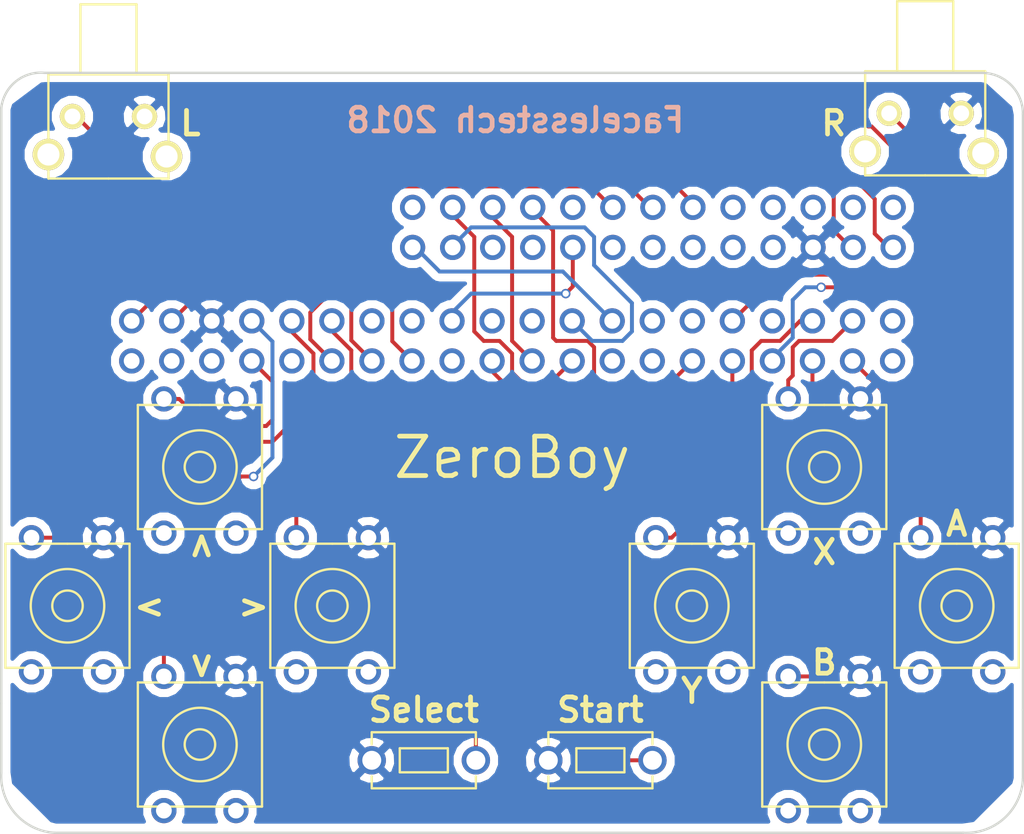
<source format=kicad_pcb>
(kicad_pcb (version 4) (host pcbnew 4.0.5+dfsg1-4)

  (general
    (links 36)
    (no_connects 0)
    (area 115.47619 83.177999 181.323811 137.517)
    (thickness 1.6)
    (drawings 24)
    (tracks 178)
    (zones 0)
    (modules 14)
    (nets 55)
  )

  (page A4)
  (layers
    (0 F.Cu signal)
    (31 B.Cu signal)
    (32 B.Adhes user)
    (33 F.Adhes user)
    (34 B.Paste user)
    (35 F.Paste user)
    (36 B.SilkS user)
    (37 F.SilkS user)
    (38 B.Mask user)
    (39 F.Mask user)
    (40 Dwgs.User user)
    (41 Cmts.User user)
    (42 Eco1.User user)
    (43 Eco2.User user)
    (44 Edge.Cuts user)
    (45 Margin user)
    (46 B.CrtYd user)
    (47 F.CrtYd user)
    (48 B.Fab user)
    (49 F.Fab user)
  )

  (setup
    (last_trace_width 0.25)
    (trace_clearance 0.2)
    (zone_clearance 0.508)
    (zone_45_only no)
    (trace_min 0.2)
    (segment_width 0.2)
    (edge_width 0.15)
    (via_size 0.6)
    (via_drill 0.4)
    (via_min_size 0.4)
    (via_min_drill 0.3)
    (uvia_size 0.3)
    (uvia_drill 0.1)
    (uvias_allowed no)
    (uvia_min_size 0.2)
    (uvia_min_drill 0.1)
    (pcb_text_width 0.3)
    (pcb_text_size 1.5 1.5)
    (mod_edge_width 0.15)
    (mod_text_size 1 1)
    (mod_text_width 0.15)
    (pad_size 1.524 1.524)
    (pad_drill 0.762)
    (pad_to_mask_clearance 0.2)
    (aux_axis_origin 0 0)
    (visible_elements FFFFFF7F)
    (pcbplotparams
      (layerselection 0x010f0_80000001)
      (usegerberextensions false)
      (excludeedgelayer true)
      (linewidth 0.100000)
      (plotframeref false)
      (viasonmask false)
      (mode 1)
      (useauxorigin false)
      (hpglpennumber 1)
      (hpglpenspeed 20)
      (hpglpendiameter 15)
      (hpglpenoverlay 2)
      (psnegative false)
      (psa4output false)
      (plotreference true)
      (plotvalue true)
      (plotinvisibletext false)
      (padsonsilk false)
      (subtractmaskfromsilk false)
      (outputformat 1)
      (mirror false)
      (drillshape 0)
      (scaleselection 1)
      (outputdirectory gerbers/))
  )

  (net 0 "")
  (net 1 "Net-(U1-Pad25)")
  (net 2 "Net-(U1-Pad23)")
  (net 3 "Net-(U1-Pad21)")
  (net 4 "Net-(U1-Pad19)")
  (net 5 "Net-(U1-Pad17)")
  (net 6 "Net-(U1-Pad15)")
  (net 7 "Net-(U1-Pad13)")
  (net 8 "Net-(U1-Pad11)")
  (net 9 "Net-(U1-Pad9)")
  (net 10 "Net-(U1-Pad7)")
  (net 11 "Net-(U1-Pad5)")
  (net 12 "Net-(U1-Pad3)")
  (net 13 "Net-(U1-Pad1)")
  (net 14 "Net-(U1-Pad26)")
  (net 15 "Net-(U1-Pad2)")
  (net 16 "Net-(U1-Pad4)")
  (net 17 "Net-(U1-Pad6)")
  (net 18 "Net-(U1-Pad8)")
  (net 19 "Net-(U1-Pad10)")
  (net 20 "Net-(U1-Pad12)")
  (net 21 "Net-(U1-Pad14)")
  (net 22 "Net-(U1-Pad16)")
  (net 23 "Net-(U1-Pad18)")
  (net 24 "Net-(U1-Pad20)")
  (net 25 "Net-(U1-Pad22)")
  (net 26 "Net-(U1-Pad24)")
  (net 27 "Net-(U3-Pad20)")
  (net 28 "Net-(U3-Pad17)")
  (net 29 "Net-(U3-Pad9)")
  (net 30 "Net-(U2-Pad1)")
  (net 31 "Net-(U3-Pad5)")
  (net 32 "Net-(U3-Pad3)")
  (net 33 "Net-(U3-Pad1)")
  (net 34 "Net-(U3-Pad16)")
  (net 35 "Net-(U3-Pad14)")
  (net 36 "Net-(U10-Pad1)")
  (net 37 "Net-(U13-Pad1)")
  (net 38 "Net-(U14-Pad1)")
  (net 39 "Net-(U3-Pad27)")
  (net 40 "Net-(U3-Pad28)")
  (net 41 "Net-(U3-Pad29)")
  (net 42 "Net-(U3-Pad30)")
  (net 43 "Net-(U3-Pad31)")
  (net 44 "Net-(U3-Pad32)")
  (net 45 "Net-(U11-Pad1)")
  (net 46 "Net-(U3-Pad34)")
  (net 47 "Net-(U3-Pad35)")
  (net 48 "Net-(U3-Pad36)")
  (net 49 "Net-(U3-Pad37)")
  (net 50 "Net-(U12-Pad1)")
  (net 51 "Net-(U3-Pad39)")
  (net 52 "Net-(U3-Pad40)")
  (net 53 "Net-(U3-Pad22)")
  (net 54 "Net-(U3-Pad25)")

  (net_class Default "This is the default net class."
    (clearance 0.2)
    (trace_width 0.25)
    (via_dia 0.6)
    (via_drill 0.4)
    (uvia_dia 0.3)
    (uvia_drill 0.1)
    (add_net "Net-(U1-Pad1)")
    (add_net "Net-(U1-Pad10)")
    (add_net "Net-(U1-Pad11)")
    (add_net "Net-(U1-Pad12)")
    (add_net "Net-(U1-Pad13)")
    (add_net "Net-(U1-Pad14)")
    (add_net "Net-(U1-Pad15)")
    (add_net "Net-(U1-Pad16)")
    (add_net "Net-(U1-Pad17)")
    (add_net "Net-(U1-Pad18)")
    (add_net "Net-(U1-Pad19)")
    (add_net "Net-(U1-Pad2)")
    (add_net "Net-(U1-Pad20)")
    (add_net "Net-(U1-Pad21)")
    (add_net "Net-(U1-Pad22)")
    (add_net "Net-(U1-Pad23)")
    (add_net "Net-(U1-Pad24)")
    (add_net "Net-(U1-Pad25)")
    (add_net "Net-(U1-Pad26)")
    (add_net "Net-(U1-Pad3)")
    (add_net "Net-(U1-Pad4)")
    (add_net "Net-(U1-Pad5)")
    (add_net "Net-(U1-Pad6)")
    (add_net "Net-(U1-Pad7)")
    (add_net "Net-(U1-Pad8)")
    (add_net "Net-(U1-Pad9)")
    (add_net "Net-(U10-Pad1)")
    (add_net "Net-(U11-Pad1)")
    (add_net "Net-(U12-Pad1)")
    (add_net "Net-(U13-Pad1)")
    (add_net "Net-(U14-Pad1)")
    (add_net "Net-(U2-Pad1)")
    (add_net "Net-(U3-Pad1)")
    (add_net "Net-(U3-Pad14)")
    (add_net "Net-(U3-Pad16)")
    (add_net "Net-(U3-Pad17)")
    (add_net "Net-(U3-Pad20)")
    (add_net "Net-(U3-Pad22)")
    (add_net "Net-(U3-Pad25)")
    (add_net "Net-(U3-Pad27)")
    (add_net "Net-(U3-Pad28)")
    (add_net "Net-(U3-Pad29)")
    (add_net "Net-(U3-Pad3)")
    (add_net "Net-(U3-Pad30)")
    (add_net "Net-(U3-Pad31)")
    (add_net "Net-(U3-Pad32)")
    (add_net "Net-(U3-Pad34)")
    (add_net "Net-(U3-Pad35)")
    (add_net "Net-(U3-Pad36)")
    (add_net "Net-(U3-Pad37)")
    (add_net "Net-(U3-Pad39)")
    (add_net "Net-(U3-Pad40)")
    (add_net "Net-(U3-Pad5)")
    (add_net "Net-(U3-Pad9)")
  )

  (module buttons_custom:right_angle_button_custom (layer F.Cu) (tedit 5A46558F) (tstamp 5A3E41A3)
    (at 122.8 91.4 90)
    (path /5A3C0973)
    (fp_text reference U5 (at 0 -6.096 90) (layer F.SilkS) hide
      (effects (font (size 1 1) (thickness 0.15)))
    )
    (fp_text value push_button (at 1.905 5.207 90) (layer F.SilkS) hide
      (effects (font (size 1 1) (thickness 0.15)))
    )
    (fp_line (start 3.302 -1.778) (end 7.747 -1.778) (layer F.SilkS) (width 0.15))
    (fp_line (start 7.747 -1.778) (end 7.747 1.778) (layer F.SilkS) (width 0.15))
    (fp_line (start 7.747 1.778) (end 3.302 1.778) (layer F.SilkS) (width 0.15))
    (fp_line (start -3.302 0) (end -3.302 -3.81) (layer F.SilkS) (width 0.15))
    (fp_line (start -3.302 -3.81) (end 3.302 -3.81) (layer F.SilkS) (width 0.15))
    (fp_line (start 3.302 -3.81) (end 3.302 3.81) (layer F.SilkS) (width 0.15))
    (fp_line (start 3.302 3.81) (end -3.302 3.81) (layer F.SilkS) (width 0.15))
    (fp_line (start -3.302 3.81) (end -3.302 0) (layer F.SilkS) (width 0.15))
    (pad 1 thru_hole circle (at 0.635 -2.286 90) (size 1.6 1.6) (drill 1) (layers *.Cu *.Mask F.SilkS)
      (net 44 "Net-(U3-Pad32)"))
    (pad 2 thru_hole circle (at 0.635 2.286 90) (size 1.6 1.6) (drill 1) (layers *.Cu *.Mask F.SilkS)
      (net 17 "Net-(U1-Pad6)"))
    (pad 3 thru_hole circle (at -1.905 3.683 90) (size 2 2) (drill 1.4) (layers *.Cu *.Mask F.SilkS))
    (pad 4 thru_hole circle (at -1.778 -3.81 90) (size 2 2) (drill 1.4) (layers *.Cu *.Mask F.SilkS))
  )

  (module buttons_custom:small_button_2pin_custom (layer F.Cu) (tedit 5A465655) (tstamp 5A3E41B9)
    (at 142.8 131.6)
    (path /5A3C084F)
    (fp_text reference U8 (at -0.254 4.064) (layer F.SilkS) hide
      (effects (font (size 1 1) (thickness 0.15)))
    )
    (fp_text value push_button (at 0 -3.302) (layer F.Fab) hide
      (effects (font (size 1 1) (thickness 0.15)))
    )
    (fp_line (start -1.524 -0.762) (end -1.524 0.762) (layer F.SilkS) (width 0.15))
    (fp_line (start -1.524 0.762) (end 1.524 0.762) (layer F.SilkS) (width 0.15))
    (fp_line (start 1.524 0.762) (end 1.524 -0.762) (layer F.SilkS) (width 0.15))
    (fp_line (start 1.524 -0.762) (end -1.524 -0.762) (layer F.SilkS) (width 0.15))
    (fp_line (start -3.302 1.016) (end -3.302 1.778) (layer F.SilkS) (width 0.15))
    (fp_line (start -3.302 1.778) (end 3.302 1.778) (layer F.SilkS) (width 0.15))
    (fp_line (start 3.302 1.778) (end 3.302 1.016) (layer F.SilkS) (width 0.15))
    (fp_line (start -3.302 -1.778) (end -3.302 -1.016) (layer F.SilkS) (width 0.15))
    (fp_line (start -3.302 -1.778) (end 3.302 -1.778) (layer F.SilkS) (width 0.15))
    (fp_line (start 3.302 -1.778) (end 3.302 -1.016) (layer F.SilkS) (width 0.15))
    (pad 1 thru_hole circle (at 3.302 0) (size 1.8 1.8) (drill 1.2) (layers *.Cu *.Mask)
      (net 41 "Net-(U3-Pad29)"))
    (pad 2 thru_hole circle (at -3.302 0) (size 1.8 1.8) (drill 1.2) (layers *.Cu *.Mask)
      (net 17 "Net-(U1-Pad6)"))
  )

  (module buttons_custom:small_button_2pin_custom (layer F.Cu) (tedit 5A46565D) (tstamp 5A3E41BF)
    (at 154 131.6)
    (path /5A3C08A6)
    (fp_text reference U9 (at -0.254 4.064) (layer F.SilkS) hide
      (effects (font (size 1 1) (thickness 0.15)))
    )
    (fp_text value push_button (at 0 -3.302) (layer F.Fab) hide
      (effects (font (size 1 1) (thickness 0.15)))
    )
    (fp_line (start -1.524 -0.762) (end -1.524 0.762) (layer F.SilkS) (width 0.15))
    (fp_line (start -1.524 0.762) (end 1.524 0.762) (layer F.SilkS) (width 0.15))
    (fp_line (start 1.524 0.762) (end 1.524 -0.762) (layer F.SilkS) (width 0.15))
    (fp_line (start 1.524 -0.762) (end -1.524 -0.762) (layer F.SilkS) (width 0.15))
    (fp_line (start -3.302 1.016) (end -3.302 1.778) (layer F.SilkS) (width 0.15))
    (fp_line (start -3.302 1.778) (end 3.302 1.778) (layer F.SilkS) (width 0.15))
    (fp_line (start 3.302 1.778) (end 3.302 1.016) (layer F.SilkS) (width 0.15))
    (fp_line (start -3.302 -1.778) (end -3.302 -1.016) (layer F.SilkS) (width 0.15))
    (fp_line (start -3.302 -1.778) (end 3.302 -1.778) (layer F.SilkS) (width 0.15))
    (fp_line (start 3.302 -1.778) (end 3.302 -1.016) (layer F.SilkS) (width 0.15))
    (pad 1 thru_hole circle (at 3.302 0) (size 1.8 1.8) (drill 1.2) (layers *.Cu *.Mask)
      (net 43 "Net-(U3-Pad31)"))
    (pad 2 thru_hole circle (at -3.302 0) (size 1.8 1.8) (drill 1.2) (layers *.Cu *.Mask)
      (net 17 "Net-(U1-Pad6)"))
  )

  (module buttons_custom:right_angle_button_custom (layer F.Cu) (tedit 5A465598) (tstamp 5A3E41CF)
    (at 174.6 91.2 90)
    (path /5A3C09A2)
    (fp_text reference U11 (at 0 -6.096 90) (layer F.SilkS) hide
      (effects (font (size 1 1) (thickness 0.15)))
    )
    (fp_text value push_button (at 1.905 5.207 90) (layer F.SilkS) hide
      (effects (font (size 1 1) (thickness 0.15)))
    )
    (fp_line (start 3.302 -1.778) (end 7.747 -1.778) (layer F.SilkS) (width 0.15))
    (fp_line (start 7.747 -1.778) (end 7.747 1.778) (layer F.SilkS) (width 0.15))
    (fp_line (start 7.747 1.778) (end 3.302 1.778) (layer F.SilkS) (width 0.15))
    (fp_line (start -3.302 0) (end -3.302 -3.81) (layer F.SilkS) (width 0.15))
    (fp_line (start -3.302 -3.81) (end 3.302 -3.81) (layer F.SilkS) (width 0.15))
    (fp_line (start 3.302 -3.81) (end 3.302 3.81) (layer F.SilkS) (width 0.15))
    (fp_line (start 3.302 3.81) (end -3.302 3.81) (layer F.SilkS) (width 0.15))
    (fp_line (start -3.302 3.81) (end -3.302 0) (layer F.SilkS) (width 0.15))
    (pad 1 thru_hole circle (at 0.635 -2.286 90) (size 1.6 1.6) (drill 1) (layers *.Cu *.Mask F.SilkS)
      (net 45 "Net-(U11-Pad1)"))
    (pad 2 thru_hole circle (at 0.635 2.286 90) (size 1.6 1.6) (drill 1) (layers *.Cu *.Mask F.SilkS)
      (net 17 "Net-(U1-Pad6)"))
    (pad 3 thru_hole circle (at -1.905 3.683 90) (size 2 2) (drill 1.4) (layers *.Cu *.Mask F.SilkS))
    (pad 4 thru_hole circle (at -1.778 -3.81 90) (size 2 2) (drill 1.4) (layers *.Cu *.Mask F.SilkS))
  )

  (module buttons_custom:button_soft_touch_custom (layer F.Cu) (tedit 5A849A11) (tstamp 5A81F400)
    (at 128.6 113)
    (path /5A3C079A)
    (fp_text reference U2 (at 0 5.842) (layer F.SilkS) hide
      (effects (font (size 1 1) (thickness 0.15)))
    )
    (fp_text value push_button (at 0 -6.096) (layer F.Fab) hide
      (effects (font (size 1 1) (thickness 0.15)))
    )
    (fp_circle (center 0 0) (end -0.889 -0.381) (layer F.SilkS) (width 0.15))
    (fp_circle (center 0 0) (end -2.032 -1.143) (layer F.SilkS) (width 0.15))
    (fp_line (start 3.937 -3.937) (end 3.937 3.937) (layer F.SilkS) (width 0.15))
    (fp_line (start 3.937 3.937) (end -3.937 3.937) (layer F.SilkS) (width 0.15))
    (fp_line (start -3.937 3.937) (end -3.937 -3.937) (layer F.SilkS) (width 0.15))
    (fp_line (start 0 -3.937) (end -3.937 -3.937) (layer F.SilkS) (width 0.15))
    (fp_line (start 3.81 -3.937) (end 3.937 -3.937) (layer F.SilkS) (width 0.15))
    (fp_line (start 0 -3.937) (end 3.81 -3.937) (layer F.SilkS) (width 0.15))
    (pad 4 thru_hole circle (at 2.286 4.191) (size 1.6 1.6) (drill 1) (layers *.Cu *.Mask))
    (pad 3 thru_hole circle (at -2.286 4.191) (size 1.6 1.6) (drill 1) (layers *.Cu *.Mask))
    (pad 2 thru_hole circle (at 2.286 -4.318) (size 1.6 1.6) (drill 1) (layers *.Cu *.Mask)
      (net 17 "Net-(U1-Pad6)"))
    (pad 1 thru_hole circle (at -2.286 -4.318) (size 1.6 1.6) (drill 1) (layers *.Cu *.Mask)
      (net 30 "Net-(U2-Pad1)"))
  )

  (module buttons_custom:button_soft_touch_custom (layer F.Cu) (tedit 5A849A5B) (tstamp 5A81F4D6)
    (at 159.8 121.8)
    (path /5A3C073B)
    (fp_text reference U6 (at 0 5.842) (layer F.SilkS) hide
      (effects (font (size 1 1) (thickness 0.15)))
    )
    (fp_text value push_button (at 0 -6.096) (layer F.Fab) hide
      (effects (font (size 1 1) (thickness 0.15)))
    )
    (fp_circle (center 0 0) (end -0.889 -0.381) (layer F.SilkS) (width 0.15))
    (fp_circle (center 0 0) (end -2.032 -1.143) (layer F.SilkS) (width 0.15))
    (fp_line (start 3.937 -3.937) (end 3.937 3.937) (layer F.SilkS) (width 0.15))
    (fp_line (start 3.937 3.937) (end -3.937 3.937) (layer F.SilkS) (width 0.15))
    (fp_line (start -3.937 3.937) (end -3.937 -3.937) (layer F.SilkS) (width 0.15))
    (fp_line (start 0 -3.937) (end -3.937 -3.937) (layer F.SilkS) (width 0.15))
    (fp_line (start 3.81 -3.937) (end 3.937 -3.937) (layer F.SilkS) (width 0.15))
    (fp_line (start 0 -3.937) (end 3.81 -3.937) (layer F.SilkS) (width 0.15))
    (pad 4 thru_hole circle (at 2.286 4.191) (size 1.6 1.6) (drill 1) (layers *.Cu *.Mask))
    (pad 3 thru_hole circle (at -2.286 4.191) (size 1.6 1.6) (drill 1) (layers *.Cu *.Mask))
    (pad 2 thru_hole circle (at 2.286 -4.318) (size 1.6 1.6) (drill 1) (layers *.Cu *.Mask)
      (net 17 "Net-(U1-Pad6)"))
    (pad 1 thru_hole circle (at -2.286 -4.318) (size 1.6 1.6) (drill 1) (layers *.Cu *.Mask)
      (net 48 "Net-(U3-Pad36)"))
  )

  (module buttons_custom:button_soft_touch_custom (layer F.Cu) (tedit 5A849A76) (tstamp 5A81F5D3)
    (at 168.2 130.6)
    (path /5A3C07EF)
    (fp_text reference U4 (at 0 5.842) (layer F.SilkS) hide
      (effects (font (size 1 1) (thickness 0.15)))
    )
    (fp_text value push_button (at 0 -6.096) (layer F.Fab) hide
      (effects (font (size 1 1) (thickness 0.15)))
    )
    (fp_circle (center 0 0) (end -0.889 -0.381) (layer F.SilkS) (width 0.15))
    (fp_circle (center 0 0) (end -2.032 -1.143) (layer F.SilkS) (width 0.15))
    (fp_line (start 3.937 -3.937) (end 3.937 3.937) (layer F.SilkS) (width 0.15))
    (fp_line (start 3.937 3.937) (end -3.937 3.937) (layer F.SilkS) (width 0.15))
    (fp_line (start -3.937 3.937) (end -3.937 -3.937) (layer F.SilkS) (width 0.15))
    (fp_line (start 0 -3.937) (end -3.937 -3.937) (layer F.SilkS) (width 0.15))
    (fp_line (start 3.81 -3.937) (end 3.937 -3.937) (layer F.SilkS) (width 0.15))
    (fp_line (start 0 -3.937) (end 3.81 -3.937) (layer F.SilkS) (width 0.15))
    (pad 4 thru_hole circle (at 2.286 4.191) (size 1.6 1.6) (drill 1) (layers *.Cu *.Mask))
    (pad 3 thru_hole circle (at -2.286 4.191) (size 1.6 1.6) (drill 1) (layers *.Cu *.Mask))
    (pad 2 thru_hole circle (at 2.286 -4.318) (size 1.6 1.6) (drill 1) (layers *.Cu *.Mask)
      (net 17 "Net-(U1-Pad6)"))
    (pad 1 thru_hole circle (at -2.286 -4.318) (size 1.6 1.6) (drill 1) (layers *.Cu *.Mask)
      (net 49 "Net-(U3-Pad37)"))
  )

  (module raspberry_pi_gpio_custom:raspberry_pi_one_26pin_gpio_custom (layer F.Cu) (tedit 5A8499E2) (tstamp 5A834686)
    (at 158.6 97.8)
    (path /5A3AC45F)
    (fp_text reference U1 (at -1.27 3.81) (layer F.SilkS) hide
      (effects (font (size 1 1) (thickness 0.15)))
    )
    (fp_text value RASPBERRY_PI_HEADER_26_pins (at 0 -3.937) (layer F.Fab) hide
      (effects (font (size 1 1) (thickness 0.15)))
    )
    (pad 25 thru_hole circle (at -16.51 -1.27) (size 1.6 1.6) (drill 1) (layers *.Cu *.Mask)
      (net 1 "Net-(U1-Pad25)"))
    (pad 23 thru_hole circle (at -13.97 -1.27) (size 1.6 1.6) (drill 1) (layers *.Cu *.Mask)
      (net 2 "Net-(U1-Pad23)"))
    (pad 21 thru_hole circle (at -11.43 -1.27) (size 1.6 1.6) (drill 1) (layers *.Cu *.Mask)
      (net 3 "Net-(U1-Pad21)"))
    (pad 19 thru_hole circle (at -8.89 -1.27) (size 1.6 1.6) (drill 1) (layers *.Cu *.Mask)
      (net 4 "Net-(U1-Pad19)"))
    (pad 17 thru_hole circle (at -6.35 -1.27) (size 1.6 1.6) (drill 1) (layers *.Cu *.Mask)
      (net 5 "Net-(U1-Pad17)"))
    (pad 15 thru_hole circle (at -3.81 -1.27) (size 1.6 1.6) (drill 1) (layers *.Cu *.Mask)
      (net 6 "Net-(U1-Pad15)"))
    (pad 13 thru_hole circle (at -1.27 -1.27) (size 1.6 1.6) (drill 1) (layers *.Cu *.Mask)
      (net 7 "Net-(U1-Pad13)"))
    (pad 11 thru_hole circle (at 1.27 -1.27) (size 1.6 1.6) (drill 1) (layers *.Cu *.Mask)
      (net 8 "Net-(U1-Pad11)"))
    (pad 9 thru_hole circle (at 3.81 -1.27) (size 1.6 1.6) (drill 1) (layers *.Cu *.Mask)
      (net 9 "Net-(U1-Pad9)"))
    (pad 7 thru_hole circle (at 6.35 -1.27) (size 1.6 1.6) (drill 1) (layers *.Cu *.Mask)
      (net 10 "Net-(U1-Pad7)"))
    (pad 5 thru_hole circle (at 8.89 -1.27) (size 1.6 1.6) (drill 1) (layers *.Cu *.Mask)
      (net 11 "Net-(U1-Pad5)"))
    (pad 3 thru_hole circle (at 11.43 -1.27) (size 1.6 1.6) (drill 1) (layers *.Cu *.Mask)
      (net 12 "Net-(U1-Pad3)"))
    (pad 1 thru_hole circle (at 13.97 -1.27) (size 1.6 1.6) (drill 1) (layers *.Cu *.Mask)
      (net 13 "Net-(U1-Pad1)"))
    (pad 26 thru_hole circle (at -16.51 1.27) (size 1.6 1.6) (drill 1) (layers *.Cu *.Mask)
      (net 14 "Net-(U1-Pad26)"))
    (pad 2 thru_hole circle (at 13.97 1.27) (size 1.6 1.6) (drill 1) (layers *.Cu *.Mask)
      (net 15 "Net-(U1-Pad2)"))
    (pad 4 thru_hole circle (at 11.43 1.27) (size 1.6 1.6) (drill 1) (layers *.Cu *.Mask)
      (net 16 "Net-(U1-Pad4)"))
    (pad 6 thru_hole circle (at 8.89 1.27) (size 1.6 1.6) (drill 1) (layers *.Cu *.Mask)
      (net 17 "Net-(U1-Pad6)"))
    (pad 8 thru_hole circle (at 6.35 1.27) (size 1.6 1.6) (drill 1) (layers *.Cu *.Mask)
      (net 18 "Net-(U1-Pad8)"))
    (pad 10 thru_hole circle (at 3.81 1.27) (size 1.6 1.6) (drill 1) (layers *.Cu *.Mask)
      (net 19 "Net-(U1-Pad10)"))
    (pad 12 thru_hole circle (at 1.27 1.27) (size 1.6 1.6) (drill 1) (layers *.Cu *.Mask)
      (net 20 "Net-(U1-Pad12)"))
    (pad 14 thru_hole circle (at -1.27 1.27) (size 1.6 1.6) (drill 1) (layers *.Cu *.Mask)
      (net 21 "Net-(U1-Pad14)"))
    (pad 16 thru_hole circle (at -3.81 1.27) (size 1.6 1.6) (drill 1) (layers *.Cu *.Mask)
      (net 22 "Net-(U1-Pad16)"))
    (pad 18 thru_hole circle (at -6.35 1.27) (size 1.6 1.6) (drill 1) (layers *.Cu *.Mask)
      (net 23 "Net-(U1-Pad18)"))
    (pad 20 thru_hole circle (at -8.89 1.27) (size 1.6 1.6) (drill 1) (layers *.Cu *.Mask)
      (net 24 "Net-(U1-Pad20)"))
    (pad 22 thru_hole circle (at -11.43 1.27) (size 1.6 1.6) (drill 1) (layers *.Cu *.Mask)
      (net 25 "Net-(U1-Pad22)"))
    (pad 24 thru_hole circle (at -13.97 1.27) (size 1.6 1.6) (drill 1) (layers *.Cu *.Mask)
      (net 26 "Net-(U1-Pad24)"))
  )

  (module buttons_custom:button_soft_touch_custom (layer F.Cu) (tedit 5A849A71) (tstamp 5A8348E7)
    (at 176.6 121.8)
    (path /5A3C0824)
    (fp_text reference U7 (at 0 5.842) (layer F.SilkS) hide
      (effects (font (size 1 1) (thickness 0.15)))
    )
    (fp_text value push_button (at 0 -6.096) (layer F.Fab) hide
      (effects (font (size 1 1) (thickness 0.15)))
    )
    (fp_circle (center 0 0) (end -0.889 -0.381) (layer F.SilkS) (width 0.15))
    (fp_circle (center 0 0) (end -2.032 -1.143) (layer F.SilkS) (width 0.15))
    (fp_line (start 3.937 -3.937) (end 3.937 3.937) (layer F.SilkS) (width 0.15))
    (fp_line (start 3.937 3.937) (end -3.937 3.937) (layer F.SilkS) (width 0.15))
    (fp_line (start -3.937 3.937) (end -3.937 -3.937) (layer F.SilkS) (width 0.15))
    (fp_line (start 0 -3.937) (end -3.937 -3.937) (layer F.SilkS) (width 0.15))
    (fp_line (start 3.81 -3.937) (end 3.937 -3.937) (layer F.SilkS) (width 0.15))
    (fp_line (start 0 -3.937) (end 3.81 -3.937) (layer F.SilkS) (width 0.15))
    (pad 4 thru_hole circle (at 2.286 4.191) (size 1.6 1.6) (drill 1) (layers *.Cu *.Mask))
    (pad 3 thru_hole circle (at -2.286 4.191) (size 1.6 1.6) (drill 1) (layers *.Cu *.Mask))
    (pad 2 thru_hole circle (at 2.286 -4.318) (size 1.6 1.6) (drill 1) (layers *.Cu *.Mask)
      (net 17 "Net-(U1-Pad6)"))
    (pad 1 thru_hole circle (at -2.286 -4.318) (size 1.6 1.6) (drill 1) (layers *.Cu *.Mask)
      (net 47 "Net-(U3-Pad35)"))
  )

  (module buttons_custom:button_soft_touch_custom (layer F.Cu) (tedit 5A849AC1) (tstamp 5A8349B5)
    (at 137 121.8)
    (path /5A3C08F2)
    (fp_text reference U10 (at 0 5.842) (layer F.SilkS) hide
      (effects (font (size 1 1) (thickness 0.15)))
    )
    (fp_text value push_button (at 0 -6.096) (layer F.Fab) hide
      (effects (font (size 1 1) (thickness 0.15)))
    )
    (fp_circle (center 0 0) (end -0.889 -0.381) (layer F.SilkS) (width 0.15))
    (fp_circle (center 0 0) (end -2.032 -1.143) (layer F.SilkS) (width 0.15))
    (fp_line (start 3.937 -3.937) (end 3.937 3.937) (layer F.SilkS) (width 0.15))
    (fp_line (start 3.937 3.937) (end -3.937 3.937) (layer F.SilkS) (width 0.15))
    (fp_line (start -3.937 3.937) (end -3.937 -3.937) (layer F.SilkS) (width 0.15))
    (fp_line (start 0 -3.937) (end -3.937 -3.937) (layer F.SilkS) (width 0.15))
    (fp_line (start 3.81 -3.937) (end 3.937 -3.937) (layer F.SilkS) (width 0.15))
    (fp_line (start 0 -3.937) (end 3.81 -3.937) (layer F.SilkS) (width 0.15))
    (pad 4 thru_hole circle (at 2.286 4.191) (size 1.6 1.6) (drill 1) (layers *.Cu *.Mask))
    (pad 3 thru_hole circle (at -2.286 4.191) (size 1.6 1.6) (drill 1) (layers *.Cu *.Mask))
    (pad 2 thru_hole circle (at 2.286 -4.318) (size 1.6 1.6) (drill 1) (layers *.Cu *.Mask)
      (net 17 "Net-(U1-Pad6)"))
    (pad 1 thru_hole circle (at -2.286 -4.318) (size 1.6 1.6) (drill 1) (layers *.Cu *.Mask)
      (net 36 "Net-(U10-Pad1)"))
  )

  (module buttons_custom:button_soft_touch_custom (layer F.Cu) (tedit 5A849A6B) (tstamp 5A8349BD)
    (at 168.2 113)
    (path /5A3C08CB)
    (fp_text reference U12 (at 0 5.842) (layer F.SilkS) hide
      (effects (font (size 1 1) (thickness 0.15)))
    )
    (fp_text value push_button (at 0 -6.096) (layer F.Fab) hide
      (effects (font (size 1 1) (thickness 0.15)))
    )
    (fp_circle (center 0 0) (end -0.889 -0.381) (layer F.SilkS) (width 0.15))
    (fp_circle (center 0 0) (end -2.032 -1.143) (layer F.SilkS) (width 0.15))
    (fp_line (start 3.937 -3.937) (end 3.937 3.937) (layer F.SilkS) (width 0.15))
    (fp_line (start 3.937 3.937) (end -3.937 3.937) (layer F.SilkS) (width 0.15))
    (fp_line (start -3.937 3.937) (end -3.937 -3.937) (layer F.SilkS) (width 0.15))
    (fp_line (start 0 -3.937) (end -3.937 -3.937) (layer F.SilkS) (width 0.15))
    (fp_line (start 3.81 -3.937) (end 3.937 -3.937) (layer F.SilkS) (width 0.15))
    (fp_line (start 0 -3.937) (end 3.81 -3.937) (layer F.SilkS) (width 0.15))
    (pad 4 thru_hole circle (at 2.286 4.191) (size 1.6 1.6) (drill 1) (layers *.Cu *.Mask))
    (pad 3 thru_hole circle (at -2.286 4.191) (size 1.6 1.6) (drill 1) (layers *.Cu *.Mask))
    (pad 2 thru_hole circle (at 2.286 -4.318) (size 1.6 1.6) (drill 1) (layers *.Cu *.Mask)
      (net 17 "Net-(U1-Pad6)"))
    (pad 1 thru_hole circle (at -2.286 -4.318) (size 1.6 1.6) (drill 1) (layers *.Cu *.Mask)
      (net 50 "Net-(U12-Pad1)"))
  )

  (module buttons_custom:button_soft_touch_custom (layer F.Cu) (tedit 5A849A0D) (tstamp 5A8349C5)
    (at 120.2 121.8)
    (path /5A3C091B)
    (fp_text reference U13 (at 0 5.842) (layer F.SilkS) hide
      (effects (font (size 1 1) (thickness 0.15)))
    )
    (fp_text value push_button (at 0 -6.096) (layer F.Fab) hide
      (effects (font (size 1 1) (thickness 0.15)))
    )
    (fp_circle (center 0 0) (end -0.889 -0.381) (layer F.SilkS) (width 0.15))
    (fp_circle (center 0 0) (end -2.032 -1.143) (layer F.SilkS) (width 0.15))
    (fp_line (start 3.937 -3.937) (end 3.937 3.937) (layer F.SilkS) (width 0.15))
    (fp_line (start 3.937 3.937) (end -3.937 3.937) (layer F.SilkS) (width 0.15))
    (fp_line (start -3.937 3.937) (end -3.937 -3.937) (layer F.SilkS) (width 0.15))
    (fp_line (start 0 -3.937) (end -3.937 -3.937) (layer F.SilkS) (width 0.15))
    (fp_line (start 3.81 -3.937) (end 3.937 -3.937) (layer F.SilkS) (width 0.15))
    (fp_line (start 0 -3.937) (end 3.81 -3.937) (layer F.SilkS) (width 0.15))
    (pad 4 thru_hole circle (at 2.286 4.191) (size 1.6 1.6) (drill 1) (layers *.Cu *.Mask))
    (pad 3 thru_hole circle (at -2.286 4.191) (size 1.6 1.6) (drill 1) (layers *.Cu *.Mask))
    (pad 2 thru_hole circle (at 2.286 -4.318) (size 1.6 1.6) (drill 1) (layers *.Cu *.Mask)
      (net 17 "Net-(U1-Pad6)"))
    (pad 1 thru_hole circle (at -2.286 -4.318) (size 1.6 1.6) (drill 1) (layers *.Cu *.Mask)
      (net 37 "Net-(U13-Pad1)"))
  )

  (module buttons_custom:button_soft_touch_custom (layer F.Cu) (tedit 5A849A0A) (tstamp 5A8349CD)
    (at 128.6 130.6)
    (path /5A3C0946)
    (fp_text reference U14 (at 0 5.842) (layer F.SilkS) hide
      (effects (font (size 1 1) (thickness 0.15)))
    )
    (fp_text value push_button (at 0 -6.096) (layer F.Fab) hide
      (effects (font (size 1 1) (thickness 0.15)))
    )
    (fp_circle (center 0 0) (end -0.889 -0.381) (layer F.SilkS) (width 0.15))
    (fp_circle (center 0 0) (end -2.032 -1.143) (layer F.SilkS) (width 0.15))
    (fp_line (start 3.937 -3.937) (end 3.937 3.937) (layer F.SilkS) (width 0.15))
    (fp_line (start 3.937 3.937) (end -3.937 3.937) (layer F.SilkS) (width 0.15))
    (fp_line (start -3.937 3.937) (end -3.937 -3.937) (layer F.SilkS) (width 0.15))
    (fp_line (start 0 -3.937) (end -3.937 -3.937) (layer F.SilkS) (width 0.15))
    (fp_line (start 3.81 -3.937) (end 3.937 -3.937) (layer F.SilkS) (width 0.15))
    (fp_line (start 0 -3.937) (end 3.81 -3.937) (layer F.SilkS) (width 0.15))
    (pad 4 thru_hole circle (at 2.286 4.191) (size 1.6 1.6) (drill 1) (layers *.Cu *.Mask))
    (pad 3 thru_hole circle (at -2.286 4.191) (size 1.6 1.6) (drill 1) (layers *.Cu *.Mask))
    (pad 2 thru_hole circle (at 2.286 -4.318) (size 1.6 1.6) (drill 1) (layers *.Cu *.Mask)
      (net 17 "Net-(U1-Pad6)"))
    (pad 1 thru_hole circle (at -2.286 -4.318) (size 1.6 1.6) (drill 1) (layers *.Cu *.Mask)
      (net 38 "Net-(U14-Pad1)"))
  )

  (module raspberry_pi_gpio_custom:raspberry_pi_gpio_custom (layer F.Cu) (tedit 5A8499FC) (tstamp 5A835330)
    (at 148.4 105 180)
    (path /5A3AC432)
    (fp_text reference U3 (at 0 4.064 180) (layer F.SilkS) hide
      (effects (font (size 1 1) (thickness 0.15)))
    )
    (fp_text value RASPBERRY_PI_HEADER (at 0 -4.572 180) (layer F.Fab) hide
      (effects (font (size 1 1) (thickness 0.15)))
    )
    (pad 19 thru_hole circle (at 1.27 -1.27 180) (size 1.6 1.6) (drill 1) (layers *.Cu *.Mask)
      (net 4 "Net-(U1-Pad19)"))
    (pad 20 thru_hole circle (at 1.27 1.27 180) (size 1.6 1.6) (drill 1) (layers *.Cu *.Mask)
      (net 27 "Net-(U3-Pad20)"))
    (pad 17 thru_hole circle (at 3.81 -1.27 180) (size 1.6 1.6) (drill 1) (layers *.Cu *.Mask)
      (net 28 "Net-(U3-Pad17)"))
    (pad 15 thru_hole circle (at 6.35 -1.27 180) (size 1.6 1.6) (drill 1) (layers *.Cu *.Mask)
      (net 6 "Net-(U1-Pad15)"))
    (pad 13 thru_hole circle (at 8.89 -1.27 180) (size 1.6 1.6) (drill 1) (layers *.Cu *.Mask)
      (net 7 "Net-(U1-Pad13)"))
    (pad 11 thru_hole circle (at 11.43 -1.27 180) (size 1.6 1.6) (drill 1) (layers *.Cu *.Mask)
      (net 8 "Net-(U1-Pad11)"))
    (pad 9 thru_hole circle (at 13.97 -1.27 180) (size 1.6 1.6) (drill 1) (layers *.Cu *.Mask)
      (net 29 "Net-(U3-Pad9)"))
    (pad 7 thru_hole circle (at 16.51 -1.27 180) (size 1.6 1.6) (drill 1) (layers *.Cu *.Mask)
      (net 30 "Net-(U2-Pad1)"))
    (pad 5 thru_hole circle (at 19.05 -1.27 180) (size 1.6 1.6) (drill 1) (layers *.Cu *.Mask)
      (net 31 "Net-(U3-Pad5)"))
    (pad 3 thru_hole circle (at 21.59 -1.27 180) (size 1.6 1.6) (drill 1) (layers *.Cu *.Mask)
      (net 32 "Net-(U3-Pad3)"))
    (pad 1 thru_hole circle (at 24.13 -1.27 180) (size 1.6 1.6) (drill 1) (layers *.Cu *.Mask)
      (net 33 "Net-(U3-Pad1)"))
    (pad 18 thru_hole circle (at 3.81 1.27 180) (size 1.6 1.6) (drill 1) (layers *.Cu *.Mask)
      (net 23 "Net-(U1-Pad18)"))
    (pad 16 thru_hole circle (at 6.35 1.27 180) (size 1.6 1.6) (drill 1) (layers *.Cu *.Mask)
      (net 34 "Net-(U3-Pad16)"))
    (pad 14 thru_hole circle (at 8.89 1.27 180) (size 1.6 1.6) (drill 1) (layers *.Cu *.Mask)
      (net 35 "Net-(U3-Pad14)"))
    (pad 12 thru_hole circle (at 11.43 1.27 180) (size 1.6 1.6) (drill 1) (layers *.Cu *.Mask)
      (net 36 "Net-(U10-Pad1)"))
    (pad 10 thru_hole circle (at 13.97 1.27 180) (size 1.6 1.6) (drill 1) (layers *.Cu *.Mask)
      (net 37 "Net-(U13-Pad1)"))
    (pad 8 thru_hole circle (at 16.51 1.27 180) (size 1.6 1.6) (drill 1) (layers *.Cu *.Mask)
      (net 38 "Net-(U14-Pad1)"))
    (pad 6 thru_hole circle (at 19.05 1.27 180) (size 1.6 1.6) (drill 1) (layers *.Cu *.Mask)
      (net 17 "Net-(U1-Pad6)"))
    (pad 4 thru_hole circle (at 21.59 1.27 180) (size 1.6 1.6) (drill 1) (layers *.Cu *.Mask)
      (net 16 "Net-(U1-Pad4)"))
    (pad 2 thru_hole circle (at 24.13 1.27 180) (size 1.6 1.6) (drill 1) (layers *.Cu *.Mask)
      (net 15 "Net-(U1-Pad2)"))
    (pad 21 thru_hole circle (at -1.27 -1.27 180) (size 1.6 1.6) (drill 1) (layers *.Cu *.Mask)
      (net 3 "Net-(U1-Pad21)"))
    (pad 22 thru_hole circle (at -1.27 1.27 180) (size 1.6 1.6) (drill 1) (layers *.Cu *.Mask)
      (net 53 "Net-(U3-Pad22)"))
    (pad 23 thru_hole circle (at -3.81 -1.27 180) (size 1.6 1.6) (drill 1) (layers *.Cu *.Mask)
      (net 2 "Net-(U1-Pad23)"))
    (pad 24 thru_hole circle (at -3.81 1.27 180) (size 1.6 1.6) (drill 1) (layers *.Cu *.Mask)
      (net 26 "Net-(U1-Pad24)"))
    (pad 25 thru_hole circle (at -6.35 -1.27 180) (size 1.6 1.6) (drill 1) (layers *.Cu *.Mask)
      (net 54 "Net-(U3-Pad25)"))
    (pad 26 thru_hole circle (at -6.35 1.27 180) (size 1.6 1.6) (drill 1) (layers *.Cu *.Mask)
      (net 14 "Net-(U1-Pad26)"))
    (pad 27 thru_hole circle (at -8.89 -1.27 180) (size 1.6 1.6) (drill 1) (layers *.Cu *.Mask)
      (net 39 "Net-(U3-Pad27)"))
    (pad 28 thru_hole circle (at -8.89 1.27 180) (size 1.6 1.6) (drill 1) (layers *.Cu *.Mask)
      (net 40 "Net-(U3-Pad28)"))
    (pad 29 thru_hole circle (at -11.43 -1.27 180) (size 1.6 1.6) (drill 1) (layers *.Cu *.Mask)
      (net 41 "Net-(U3-Pad29)"))
    (pad 30 thru_hole circle (at -11.43 1.27 180) (size 1.6 1.6) (drill 1) (layers *.Cu *.Mask)
      (net 42 "Net-(U3-Pad30)"))
    (pad 31 thru_hole circle (at -13.97 -1.27 180) (size 1.6 1.6) (drill 1) (layers *.Cu *.Mask)
      (net 43 "Net-(U3-Pad31)"))
    (pad 32 thru_hole circle (at -13.97 1.27 180) (size 1.6 1.6) (drill 1) (layers *.Cu *.Mask)
      (net 44 "Net-(U3-Pad32)"))
    (pad 33 thru_hole circle (at -16.51 -1.27 180) (size 1.6 1.6) (drill 1) (layers *.Cu *.Mask)
      (net 45 "Net-(U11-Pad1)"))
    (pad 34 thru_hole circle (at -16.51 1.27 180) (size 1.6 1.6) (drill 1) (layers *.Cu *.Mask)
      (net 46 "Net-(U3-Pad34)"))
    (pad 35 thru_hole circle (at -19.05 -1.27 180) (size 1.6 1.6) (drill 1) (layers *.Cu *.Mask)
      (net 47 "Net-(U3-Pad35)"))
    (pad 36 thru_hole circle (at -19.05 1.27 180) (size 1.6 1.6) (drill 1) (layers *.Cu *.Mask)
      (net 48 "Net-(U3-Pad36)"))
    (pad 37 thru_hole circle (at -21.59 -1.27 180) (size 1.6 1.6) (drill 1) (layers *.Cu *.Mask)
      (net 49 "Net-(U3-Pad37)"))
    (pad 38 thru_hole circle (at -21.59 1.27 180) (size 1.6 1.6) (drill 1) (layers *.Cu *.Mask)
      (net 50 "Net-(U12-Pad1)"))
    (pad 39 thru_hole circle (at -24.13 -1.27 180) (size 1.6 1.6) (drill 1) (layers *.Cu *.Mask)
      (net 51 "Net-(U3-Pad39)"))
    (pad 40 thru_hole circle (at -24.13 1.27 180) (size 1.6 1.6) (drill 1) (layers *.Cu *.Mask)
      (net 52 "Net-(U3-Pad40)"))
  )

  (gr_text ZeroBoy (at 148.4 112.4) (layer F.SilkS)
    (effects (font (size 2.5 2.5) (thickness 0.3)))
  )
  (gr_line (start 180.8 132.8) (end 180.8 128.4) (angle 90) (layer Edge.Cuts) (width 0.15))
  (gr_line (start 119.4 136.2) (end 177 136.2) (angle 90) (layer Edge.Cuts) (width 0.15))
  (gr_line (start 116 128) (end 116 132.4) (angle 90) (layer Edge.Cuts) (width 0.15))
  (gr_text "Facelesstech 2018" (at 148.6 91) (layer B.SilkS)
    (effects (font (size 1.5 1.5) (thickness 0.3)) (justify mirror))
  )
  (gr_text R (at 168.8 91.2) (layer F.SilkS)
    (effects (font (size 1.5 1.5) (thickness 0.3)))
  )
  (gr_text L (at 128 91.2) (layer F.SilkS)
    (effects (font (size 1.5 1.5) (thickness 0.3)))
  )
  (gr_text < (at 128.6 125.6 90) (layer F.SilkS)
    (effects (font (size 1.5 1.5) (thickness 0.3)))
  )
  (gr_text < (at 125.4 121.8) (layer F.SilkS)
    (effects (font (size 1.5 1.5) (thickness 0.3)))
  )
  (gr_text > (at 132 121.8) (layer F.SilkS)
    (effects (font (size 1.5 1.5) (thickness 0.3)))
  )
  (gr_text > (at 128.6 118 90) (layer F.SilkS)
    (effects (font (size 1.5 1.5) (thickness 0.3)))
  )
  (gr_text X (at 168.2 118.4) (layer F.SilkS)
    (effects (font (size 1.5 1.5) (thickness 0.3)))
  )
  (gr_text Y (at 159.8 127.2) (layer F.SilkS)
    (effects (font (size 1.5 1.5) (thickness 0.3)))
  )
  (gr_text B (at 168.2 125.4) (layer F.SilkS)
    (effects (font (size 1.5 1.5) (thickness 0.3)))
  )
  (gr_text A (at 176.6 116.6) (layer F.SilkS)
    (effects (font (size 1.5 1.5) (thickness 0.3)))
  )
  (gr_text Start (at 154 128.4) (layer F.SilkS)
    (effects (font (size 1.5 1.5) (thickness 0.3)))
  )
  (gr_text Select (at 142.8 128.4) (layer F.SilkS)
    (effects (font (size 1.5 1.5) (thickness 0.3)))
  )
  (gr_line (start 116 90.2) (end 116 128) (angle 90) (layer Edge.Cuts) (width 0.15))
  (gr_line (start 178.2 88) (end 118.8 88) (angle 90) (layer Edge.Cuts) (width 0.15))
  (gr_arc (start 119.6 132.6) (end 119.4 136.2) (angle 90) (layer Edge.Cuts) (width 0.15))
  (gr_arc (start 177.2 132.6) (end 180.8 132.8) (angle 90) (layer Edge.Cuts) (width 0.15))
  (gr_line (start 180.8 90.6) (end 180.8 128.4) (angle 90) (layer Edge.Cuts) (width 0.15))
  (gr_arc (start 178.2 90.6) (end 178.2 88) (angle 90) (layer Edge.Cuts) (width 0.15))
  (gr_arc (start 118.5 90.5) (end 116 90.25) (angle 90) (layer Edge.Cuts) (width 0.15))

  (segment (start 144.63 96.53) (end 144.63 97.03) (width 0.25) (layer F.Cu) (net 2))
  (segment (start 144.63 97.03) (end 146 98.4) (width 0.25) (layer F.Cu) (net 2) (tstamp 5A834784))
  (segment (start 146 98.4) (end 146 104.4) (width 0.25) (layer F.Cu) (net 2) (tstamp 5A834785))
  (segment (start 146 104.4) (end 146.6 105) (width 0.25) (layer F.Cu) (net 2) (tstamp 5A834787))
  (segment (start 146.6 105) (end 147.6 105) (width 0.25) (layer F.Cu) (net 2) (tstamp 5A834788))
  (segment (start 147.6 105) (end 148.4 105.8) (width 0.25) (layer F.Cu) (net 2) (tstamp 5A834789))
  (segment (start 148.4 105.8) (end 148.4 107) (width 0.25) (layer F.Cu) (net 2) (tstamp 5A83478A))
  (segment (start 148.4 107) (end 149.2 107.8) (width 0.25) (layer F.Cu) (net 2) (tstamp 5A83478B))
  (segment (start 149.2 107.8) (end 150.68 107.8) (width 0.25) (layer F.Cu) (net 2) (tstamp 5A83478C))
  (segment (start 150.68 107.8) (end 152.21 106.27) (width 0.25) (layer F.Cu) (net 2) (tstamp 5A83478D) (status 20))
  (segment (start 147.17 96.53) (end 147.17 97.17) (width 0.25) (layer F.Cu) (net 3))
  (segment (start 147.17 97.17) (end 148.4 98.4) (width 0.25) (layer F.Cu) (net 3) (tstamp 5A83477D))
  (segment (start 148.4 98.4) (end 148.4 105) (width 0.25) (layer F.Cu) (net 3) (tstamp 5A83477E))
  (segment (start 148.4 105) (end 149.67 106.27) (width 0.25) (layer F.Cu) (net 3) (tstamp 5A834780) (status 20))
  (segment (start 149.71 96.53) (end 149.71 96.71) (width 0.25) (layer F.Cu) (net 4))
  (segment (start 149.71 96.71) (end 151 98) (width 0.25) (layer F.Cu) (net 4) (tstamp 5A8347A9))
  (segment (start 151 98) (end 151 104.8) (width 0.25) (layer F.Cu) (net 4) (tstamp 5A8347AA))
  (segment (start 151 104.8) (end 151.2 105) (width 0.25) (layer F.Cu) (net 4) (tstamp 5A8347AC))
  (segment (start 151.2 105) (end 153.2 105) (width 0.25) (layer F.Cu) (net 4) (tstamp 5A8347AD))
  (segment (start 153.2 105) (end 153.6 105.4) (width 0.25) (layer F.Cu) (net 4) (tstamp 5A8347AE))
  (segment (start 153.6 105.4) (end 153.6 107.6) (width 0.25) (layer F.Cu) (net 4) (tstamp 5A8347AF))
  (segment (start 153.6 107.6) (end 152.8 108.4) (width 0.25) (layer F.Cu) (net 4) (tstamp 5A8347B0))
  (segment (start 152.8 108.4) (end 148.6 108.4) (width 0.25) (layer F.Cu) (net 4) (tstamp 5A8347B1))
  (segment (start 148.6 108.4) (end 147.13 106.93) (width 0.25) (layer F.Cu) (net 4) (tstamp 5A8347B2) (status 20))
  (segment (start 147.13 106.93) (end 147.13 106.27) (width 0.25) (layer F.Cu) (net 4) (tstamp 5A8347B3) (status 30))
  (segment (start 154.79 96.53) (end 154.73 96.53) (width 0.25) (layer F.Cu) (net 6))
  (segment (start 154.73 96.53) (end 153.4 95.2) (width 0.25) (layer F.Cu) (net 6) (tstamp 5A8347B6))
  (segment (start 153.4 95.2) (end 141.2 95.2) (width 0.25) (layer F.Cu) (net 6) (tstamp 5A8347B7))
  (segment (start 141.2 95.2) (end 140.4 96) (width 0.25) (layer F.Cu) (net 6) (tstamp 5A8347B9))
  (segment (start 140.4 96) (end 140.4 102.2) (width 0.25) (layer F.Cu) (net 6) (tstamp 5A8347BA))
  (segment (start 140.4 102.2) (end 140.8 102.6) (width 0.25) (layer F.Cu) (net 6) (tstamp 5A8347BB))
  (segment (start 140.8 102.6) (end 140.8 105.02) (width 0.25) (layer F.Cu) (net 6) (tstamp 5A8347BC))
  (segment (start 140.8 105.02) (end 142.05 106.27) (width 0.25) (layer F.Cu) (net 6) (tstamp 5A8347BD) (status 20))
  (segment (start 157.33 96.53) (end 157.13 96.53) (width 0.25) (layer F.Cu) (net 7))
  (segment (start 157.13 96.53) (end 155.2 94.6) (width 0.25) (layer F.Cu) (net 7) (tstamp 5A8347C1))
  (segment (start 155.2 94.6) (end 141 94.6) (width 0.25) (layer F.Cu) (net 7) (tstamp 5A8347C2))
  (segment (start 141 94.6) (end 139.8 95.8) (width 0.25) (layer F.Cu) (net 7) (tstamp 5A8347C4))
  (segment (start 139.8 95.8) (end 139.8 100.8) (width 0.25) (layer F.Cu) (net 7) (tstamp 5A8347C6))
  (segment (start 139.8 100.8) (end 138.2 102.4) (width 0.25) (layer F.Cu) (net 7) (tstamp 5A8347C8))
  (segment (start 138.2 102.4) (end 138.2 104.96) (width 0.25) (layer F.Cu) (net 7) (tstamp 5A8347CA))
  (segment (start 138.2 104.96) (end 139.51 106.27) (width 0.25) (layer F.Cu) (net 7) (tstamp 5A8347CC) (status 20))
  (segment (start 159.87 96.53) (end 159.87 96.27) (width 0.25) (layer F.Cu) (net 8))
  (segment (start 159.87 96.27) (end 157.6 94) (width 0.25) (layer F.Cu) (net 8) (tstamp 5A8347D0))
  (segment (start 157.6 94) (end 140.8 94) (width 0.25) (layer F.Cu) (net 8) (tstamp 5A8347D1))
  (segment (start 140.8 94) (end 139.2 95.6) (width 0.25) (layer F.Cu) (net 8) (tstamp 5A8347D3))
  (segment (start 139.2 95.6) (end 139.2 100.6) (width 0.25) (layer F.Cu) (net 8) (tstamp 5A8347D5))
  (segment (start 139.2 100.6) (end 137.6 102.2) (width 0.25) (layer F.Cu) (net 8) (tstamp 5A8347D7))
  (segment (start 137.6 102.2) (end 136.6 102.2) (width 0.25) (layer F.Cu) (net 8) (tstamp 5A8347D9))
  (segment (start 136.6 102.2) (end 135.6 103.2) (width 0.25) (layer F.Cu) (net 8) (tstamp 5A8347DB))
  (segment (start 135.6 103.2) (end 135.6 104.9) (width 0.25) (layer F.Cu) (net 8) (tstamp 5A8347DD))
  (segment (start 135.6 104.9) (end 136.97 106.27) (width 0.25) (layer F.Cu) (net 8) (tstamp 5A8347DF) (status 20))
  (segment (start 142.09 99.07) (end 142.27 99.07) (width 0.25) (layer B.Cu) (net 14))
  (segment (start 142.27 99.07) (end 143.8 100.6) (width 0.25) (layer B.Cu) (net 14) (tstamp 5A8347E4))
  (segment (start 143.8 100.6) (end 151.62 100.6) (width 0.25) (layer B.Cu) (net 14) (tstamp 5A8347E5))
  (segment (start 151.62 100.6) (end 154.75 103.73) (width 0.25) (layer B.Cu) (net 14) (tstamp 5A8347E7) (status 20))
  (segment (start 172.57 99.07) (end 172.27 99.07) (width 0.25) (layer F.Cu) (net 15))
  (segment (start 172.27 99.07) (end 171.4 98.2) (width 0.25) (layer F.Cu) (net 15) (tstamp 5A83481E))
  (segment (start 171.4 98.2) (end 171.4 96) (width 0.25) (layer F.Cu) (net 15) (tstamp 5A83481F))
  (segment (start 171.4 96) (end 170.2 94.8) (width 0.25) (layer F.Cu) (net 15) (tstamp 5A834820))
  (segment (start 170.2 94.8) (end 169.2 94.8) (width 0.25) (layer F.Cu) (net 15) (tstamp 5A834821))
  (segment (start 169.2 94.8) (end 168.4 94) (width 0.25) (layer F.Cu) (net 15) (tstamp 5A834823))
  (segment (start 168.4 94) (end 160 94) (width 0.25) (layer F.Cu) (net 15) (tstamp 5A834824))
  (segment (start 160 94) (end 158.6 92.6) (width 0.25) (layer F.Cu) (net 15) (tstamp 5A834825))
  (segment (start 158.6 92.6) (end 139.8 92.6) (width 0.25) (layer F.Cu) (net 15) (tstamp 5A834826))
  (segment (start 139.8 92.6) (end 137.2 95.2) (width 0.25) (layer F.Cu) (net 15) (tstamp 5A834828))
  (segment (start 137.2 95.2) (end 137.2 99.6) (width 0.25) (layer F.Cu) (net 15) (tstamp 5A83482A))
  (segment (start 137.2 99.6) (end 136.4 100.4) (width 0.25) (layer F.Cu) (net 15) (tstamp 5A83482C))
  (segment (start 136.4 100.4) (end 127.6 100.4) (width 0.25) (layer F.Cu) (net 15) (tstamp 5A83482D))
  (segment (start 127.6 100.4) (end 124.27 103.73) (width 0.25) (layer F.Cu) (net 15) (tstamp 5A83482E) (status 20))
  (segment (start 170.03 99.07) (end 169.87 99.07) (width 0.25) (layer F.Cu) (net 16))
  (segment (start 169.87 99.07) (end 168.8 98) (width 0.25) (layer F.Cu) (net 16) (tstamp 5A834806))
  (segment (start 168.8 98) (end 168.8 95.8) (width 0.25) (layer F.Cu) (net 16) (tstamp 5A834807))
  (segment (start 168.8 95.8) (end 167.8 94.8) (width 0.25) (layer F.Cu) (net 16) (tstamp 5A834809))
  (segment (start 167.8 94.8) (end 159.4 94.8) (width 0.25) (layer F.Cu) (net 16) (tstamp 5A83480B))
  (segment (start 159.4 94.8) (end 158 93.4) (width 0.25) (layer F.Cu) (net 16) (tstamp 5A83480D))
  (segment (start 158 93.4) (end 140.2 93.4) (width 0.25) (layer F.Cu) (net 16) (tstamp 5A83480F))
  (segment (start 140.2 93.4) (end 138.2 95.4) (width 0.25) (layer F.Cu) (net 16) (tstamp 5A834811))
  (segment (start 138.2 95.4) (end 138.2 100.2) (width 0.25) (layer F.Cu) (net 16) (tstamp 5A834813))
  (segment (start 138.2 100.2) (end 137.2 101.2) (width 0.25) (layer F.Cu) (net 16) (tstamp 5A834815))
  (segment (start 137.2 101.2) (end 129.34 101.2) (width 0.25) (layer F.Cu) (net 16) (tstamp 5A834817))
  (segment (start 129.34 101.2) (end 126.81 103.73) (width 0.25) (layer F.Cu) (net 16) (tstamp 5A834819) (status 20))
  (segment (start 152.25 99.07) (end 152.25 101.55) (width 0.25) (layer F.Cu) (net 23))
  (segment (start 145.8 102) (end 144.59 103.21) (width 0.25) (layer B.Cu) (net 23) (tstamp 5A834802) (status 20))
  (segment (start 151.8 102) (end 145.8 102) (width 0.25) (layer B.Cu) (net 23) (tstamp 5A834801))
  (via (at 151.8 102) (size 0.6) (drill 0.4) (layers F.Cu B.Cu) (net 23))
  (segment (start 152.25 101.55) (end 151.8 102) (width 0.25) (layer F.Cu) (net 23) (tstamp 5A8347FF))
  (segment (start 144.59 103.21) (end 144.59 103.73) (width 0.25) (layer B.Cu) (net 23) (tstamp 5A834803) (status 30))
  (segment (start 144.63 99.07) (end 144.63 98.97) (width 0.25) (layer B.Cu) (net 26))
  (segment (start 144.63 98.97) (end 145.8 97.8) (width 0.25) (layer B.Cu) (net 26) (tstamp 5A8347EB))
  (segment (start 145.8 97.8) (end 153 97.8) (width 0.25) (layer B.Cu) (net 26) (tstamp 5A8347EC))
  (segment (start 153 97.8) (end 153.6 98.4) (width 0.25) (layer B.Cu) (net 26) (tstamp 5A8347EE))
  (segment (start 153.6 98.4) (end 153.6 100.2) (width 0.25) (layer B.Cu) (net 26) (tstamp 5A8347EF))
  (segment (start 153.6 100.2) (end 156 102.6) (width 0.25) (layer B.Cu) (net 26) (tstamp 5A8347F0))
  (segment (start 156 102.6) (end 156 104.4) (width 0.25) (layer B.Cu) (net 26) (tstamp 5A8347F2))
  (segment (start 156 104.4) (end 155.4 105) (width 0.25) (layer B.Cu) (net 26) (tstamp 5A8347F4))
  (segment (start 155.4 105) (end 153.48 105) (width 0.25) (layer B.Cu) (net 26) (tstamp 5A8347F5))
  (segment (start 153.48 105) (end 152.21 103.73) (width 0.25) (layer B.Cu) (net 26) (tstamp 5A8347F6) (status 20))
  (segment (start 126.314 108.682) (end 127.282 108.682) (width 0.25) (layer F.Cu) (net 30))
  (segment (start 133.2 107.58) (end 131.89 106.27) (width 0.25) (layer F.Cu) (net 30) (tstamp 5A8353C1))
  (segment (start 133.2 110) (end 133.2 107.58) (width 0.25) (layer F.Cu) (net 30) (tstamp 5A8353C0))
  (segment (start 132.8 110.4) (end 133.2 110) (width 0.25) (layer F.Cu) (net 30) (tstamp 5A8353BF))
  (segment (start 129 110.4) (end 132.8 110.4) (width 0.25) (layer F.Cu) (net 30) (tstamp 5A8353BD))
  (segment (start 127.282 108.682) (end 129 110.4) (width 0.25) (layer F.Cu) (net 30) (tstamp 5A8353BC))
  (segment (start 134.714 117.482) (end 134.714 111.286) (width 0.25) (layer F.Cu) (net 36))
  (segment (start 138.2 105.6) (end 136.97 104.37) (width 0.25) (layer F.Cu) (net 36) (tstamp 5A8353D4))
  (segment (start 138.2 107.8) (end 138.2 105.6) (width 0.25) (layer F.Cu) (net 36) (tstamp 5A8353D3))
  (segment (start 134.714 111.286) (end 138.2 107.8) (width 0.25) (layer F.Cu) (net 36) (tstamp 5A8353D1))
  (segment (start 136.97 104.37) (end 136.97 103.73) (width 0.25) (layer F.Cu) (net 36) (tstamp 5A8353D5))
  (segment (start 117.914 117.482) (end 119.318 117.482) (width 0.25) (layer F.Cu) (net 37))
  (segment (start 135.8 105.8) (end 134.43 104.43) (width 0.25) (layer F.Cu) (net 37) (tstamp 5A8353CD))
  (segment (start 135.8 108.8) (end 135.8 105.8) (width 0.25) (layer F.Cu) (net 37) (tstamp 5A8353CB))
  (segment (start 133.2 111.4) (end 135.8 108.8) (width 0.25) (layer F.Cu) (net 37) (tstamp 5A8353C9))
  (segment (start 125.4 111.4) (end 133.2 111.4) (width 0.25) (layer F.Cu) (net 37) (tstamp 5A8353C7))
  (segment (start 119.318 117.482) (end 125.4 111.4) (width 0.25) (layer F.Cu) (net 37) (tstamp 5A8353C5))
  (segment (start 134.43 104.43) (end 134.43 103.73) (width 0.25) (layer F.Cu) (net 37) (tstamp 5A8353CE))
  (segment (start 126.314 126.282) (end 126.314 119.886) (width 0.25) (layer F.Cu) (net 38))
  (segment (start 133.2 105.04) (end 131.89 103.73) (width 0.25) (layer B.Cu) (net 38) (tstamp 5A8353E8))
  (segment (start 133.2 112.4) (end 133.2 105.04) (width 0.25) (layer B.Cu) (net 38) (tstamp 5A8353E6))
  (segment (start 132 113.6) (end 133.2 112.4) (width 0.25) (layer B.Cu) (net 38) (tstamp 5A8353E5))
  (via (at 132 113.6) (size 0.6) (drill 0.4) (layers F.Cu B.Cu) (net 38))
  (segment (start 131.2 113.6) (end 132 113.6) (width 0.25) (layer F.Cu) (net 38) (tstamp 5A8353E3))
  (segment (start 129 115.8) (end 131.2 113.6) (width 0.25) (layer F.Cu) (net 38) (tstamp 5A8353E1))
  (segment (start 129 117.2) (end 129 115.8) (width 0.25) (layer F.Cu) (net 38) (tstamp 5A8353DF))
  (segment (start 126.314 119.886) (end 129 117.2) (width 0.25) (layer F.Cu) (net 38) (tstamp 5A8353DD))
  (segment (start 146.102 131.6) (end 146.102 119.998) (width 0.25) (layer F.Cu) (net 41))
  (segment (start 146.102 119.998) (end 159.83 106.27) (width 0.25) (layer F.Cu) (net 41) (tstamp 5A834F9F) (status 20))
  (segment (start 162.23 106.27) (end 162.47 106.27) (width 0.25) (layer B.Cu) (net 43) (tstamp 5A43C43F) (status 30))
  (segment (start 157.302 131.6) (end 155.2 131.6) (width 0.25) (layer F.Cu) (net 43))
  (segment (start 162.37 108.23) (end 162.37 106.27) (width 0.25) (layer F.Cu) (net 43) (tstamp 5A834FB0) (status 20))
  (segment (start 151.2 119.4) (end 162.37 108.23) (width 0.25) (layer F.Cu) (net 43) (tstamp 5A834FAE))
  (segment (start 151.2 127.6) (end 151.2 119.4) (width 0.25) (layer F.Cu) (net 43) (tstamp 5A834FAC))
  (segment (start 155.2 131.6) (end 151.2 127.6) (width 0.25) (layer F.Cu) (net 43) (tstamp 5A834FA9))
  (segment (start 120.514 90.765) (end 120.765 90.765) (width 0.25) (layer F.Cu) (net 44))
  (segment (start 120.765 90.765) (end 125.2 95.2) (width 0.25) (layer F.Cu) (net 44) (tstamp 5A834FD6))
  (segment (start 125.2 95.2) (end 129.4 95.2) (width 0.25) (layer F.Cu) (net 44) (tstamp 5A834FDB))
  (segment (start 129.4 95.2) (end 134.2 90.4) (width 0.25) (layer F.Cu) (net 44) (tstamp 5A834FDD))
  (segment (start 134.2 90.4) (end 170 90.4) (width 0.25) (layer F.Cu) (net 44) (tstamp 5A834FDE))
  (segment (start 170 90.4) (end 171 91.4) (width 0.25) (layer F.Cu) (net 44) (tstamp 5A834FE1))
  (segment (start 171 91.4) (end 171.2 91.4) (width 0.25) (layer F.Cu) (net 44) (tstamp 5A834FE9))
  (segment (start 171.2 91.4) (end 174.6 94.8) (width 0.25) (layer F.Cu) (net 44) (tstamp 5A834FEF))
  (segment (start 174.6 94.8) (end 174.6 99.8) (width 0.25) (layer F.Cu) (net 44) (tstamp 5A834FF1))
  (segment (start 174.6 99.8) (end 173.6 100.8) (width 0.25) (layer F.Cu) (net 44) (tstamp 5A834FF4))
  (segment (start 173.6 100.8) (end 165.3 100.8) (width 0.25) (layer F.Cu) (net 44) (tstamp 5A834FF7))
  (segment (start 165.3 100.8) (end 162.37 103.73) (width 0.25) (layer F.Cu) (net 44) (tstamp 5A834FFA) (status 20))
  (segment (start 164.91 106.27) (end 164.91 106.09) (width 0.25) (layer B.Cu) (net 45) (status 30))
  (segment (start 164.91 106.09) (end 166.2 104.8) (width 0.25) (layer B.Cu) (net 45) (tstamp 5A834FB9) (status 10))
  (segment (start 166.2 104.8) (end 166.2 102.4) (width 0.25) (layer B.Cu) (net 45) (tstamp 5A834FBD))
  (segment (start 166.2 102.4) (end 167 101.6) (width 0.25) (layer B.Cu) (net 45) (tstamp 5A834FC0))
  (segment (start 167 101.6) (end 168 101.6) (width 0.25) (layer B.Cu) (net 45) (tstamp 5A834FC2))
  (via (at 168 101.6) (size 0.6) (drill 0.4) (layers F.Cu B.Cu) (net 45))
  (segment (start 168 101.6) (end 174.8 101.6) (width 0.25) (layer F.Cu) (net 45) (tstamp 5A834FC8))
  (segment (start 174.8 101.6) (end 175.6 100.8) (width 0.25) (layer F.Cu) (net 45) (tstamp 5A834FC9))
  (segment (start 175.6 100.8) (end 175.6 93.851) (width 0.25) (layer F.Cu) (net 45) (tstamp 5A834FCA))
  (segment (start 175.6 93.851) (end 172.314 90.565) (width 0.25) (layer F.Cu) (net 45) (tstamp 5A834FCB))
  (segment (start 174.314 117.482) (end 174.314 115.914) (width 0.25) (layer F.Cu) (net 47))
  (segment (start 167.45 109.05) (end 167.45 106.27) (width 0.25) (layer F.Cu) (net 47) (tstamp 5A834B3F) (status 20))
  (segment (start 174.314 115.914) (end 167.45 109.05) (width 0.25) (layer F.Cu) (net 47) (tstamp 5A834B3D))
  (segment (start 157.514 117.482) (end 158.518 117.482) (width 0.25) (layer F.Cu) (net 48))
  (segment (start 165.4 105) (end 166.67 103.73) (width 0.25) (layer F.Cu) (net 48) (tstamp 5A834B57) (status 20))
  (segment (start 164.2 105) (end 165.4 105) (width 0.25) (layer F.Cu) (net 48) (tstamp 5A834B56))
  (segment (start 163.6 105.6) (end 164.2 105) (width 0.25) (layer F.Cu) (net 48) (tstamp 5A834B55))
  (segment (start 163.6 107.2) (end 163.6 105.6) (width 0.25) (layer F.Cu) (net 48) (tstamp 5A834B54))
  (segment (start 163.4 107.4) (end 163.6 107.2) (width 0.25) (layer F.Cu) (net 48) (tstamp 5A834B53))
  (segment (start 163.4 112.6) (end 163.4 107.4) (width 0.25) (layer F.Cu) (net 48) (tstamp 5A834B51))
  (segment (start 158.518 117.482) (end 163.4 112.6) (width 0.25) (layer F.Cu) (net 48) (tstamp 5A834B4F))
  (segment (start 166.67 103.73) (end 167.45 103.73) (width 0.25) (layer F.Cu) (net 48) (tstamp 5A834B58) (status 30))
  (segment (start 165.914 126.282) (end 167.518 126.282) (width 0.25) (layer F.Cu) (net 49))
  (segment (start 176.8 113.08) (end 169.99 106.27) (width 0.25) (layer F.Cu) (net 49) (tstamp 5A834B4B) (status 20))
  (segment (start 176.8 118.2) (end 176.8 113.08) (width 0.25) (layer F.Cu) (net 49) (tstamp 5A834B49))
  (segment (start 175.6 119.4) (end 176.8 118.2) (width 0.25) (layer F.Cu) (net 49) (tstamp 5A834B47))
  (segment (start 174.4 119.4) (end 175.6 119.4) (width 0.25) (layer F.Cu) (net 49) (tstamp 5A834B45))
  (segment (start 167.518 126.282) (end 174.4 119.4) (width 0.25) (layer F.Cu) (net 49) (tstamp 5A834B43))
  (segment (start 165.914 108.682) (end 165.914 107.486) (width 0.25) (layer F.Cu) (net 50))
  (segment (start 168.72 105) (end 169.99 103.73) (width 0.25) (layer F.Cu) (net 50) (tstamp 5A834B39) (status 20))
  (segment (start 166.6 105) (end 168.72 105) (width 0.25) (layer F.Cu) (net 50) (tstamp 5A834B38))
  (segment (start 166.2 105.4) (end 166.6 105) (width 0.25) (layer F.Cu) (net 50) (tstamp 5A834B37))
  (segment (start 166.2 107.2) (end 166.2 105.4) (width 0.25) (layer F.Cu) (net 50) (tstamp 5A834B36))
  (segment (start 165.914 107.486) (end 166.2 107.2) (width 0.25) (layer F.Cu) (net 50) (tstamp 5A834B35))

  (zone (net 17) (net_name "Net-(U1-Pad6)") (layer B.Cu) (tstamp 5A83540F) (hatch edge 0.508)
    (connect_pads (clearance 0.508))
    (min_thickness 0.254)
    (fill yes (arc_segments 16) (thermal_gap 0.508) (thermal_bridge_width 0.508))
    (polygon
      (pts
        (xy 180.4 90.4) (xy 180.4 132.8) (xy 177.4 135.8) (xy 119.4 135.8) (xy 116.4 132.8)
        (xy 116.4 90.2) (xy 118.8 88.4) (xy 178.2 88.4)
      )
    )
    (filled_polygon
      (pts
        (xy 118.8 88.71) (xy 178.130069 88.71) (xy 178.414419 88.766561) (xy 179.9977 90.205907) (xy 180.09 90.669931)
        (xy 180.09 116.712975) (xy 179.893745 116.653861) (xy 179.065605 117.482) (xy 179.893745 118.310139) (xy 180.09 118.251025)
        (xy 180.09 125.165934) (xy 179.699923 124.775176) (xy 179.172691 124.55625) (xy 178.601813 124.555752) (xy 178.0742 124.773757)
        (xy 177.670176 125.177077) (xy 177.45125 125.704309) (xy 177.450752 126.275187) (xy 177.668757 126.8028) (xy 178.072077 127.206824)
        (xy 178.599309 127.42575) (xy 179.170187 127.426248) (xy 179.6978 127.208243) (xy 180.09 126.816726) (xy 180.09 132.710118)
        (xy 180.013683 133.006711) (xy 177.626299 135.394095) (xy 176.949913 135.49) (xy 171.749544 135.49) (xy 171.92075 135.077691)
        (xy 171.921248 134.506813) (xy 171.703243 133.9792) (xy 171.299923 133.575176) (xy 170.772691 133.35625) (xy 170.201813 133.355752)
        (xy 169.6742 133.573757) (xy 169.270176 133.977077) (xy 169.05125 134.504309) (xy 169.050752 135.075187) (xy 169.222149 135.49)
        (xy 167.177544 135.49) (xy 167.34875 135.077691) (xy 167.349248 134.506813) (xy 167.131243 133.9792) (xy 166.727923 133.575176)
        (xy 166.200691 133.35625) (xy 165.629813 133.355752) (xy 165.1022 133.573757) (xy 164.698176 133.977077) (xy 164.47925 134.504309)
        (xy 164.478752 135.075187) (xy 164.650149 135.49) (xy 132.149544 135.49) (xy 132.32075 135.077691) (xy 132.321248 134.506813)
        (xy 132.103243 133.9792) (xy 131.699923 133.575176) (xy 131.172691 133.35625) (xy 130.601813 133.355752) (xy 130.0742 133.573757)
        (xy 129.670176 133.977077) (xy 129.45125 134.504309) (xy 129.450752 135.075187) (xy 129.622149 135.49) (xy 127.577544 135.49)
        (xy 127.74875 135.077691) (xy 127.749248 134.506813) (xy 127.531243 133.9792) (xy 127.127923 133.575176) (xy 126.600691 133.35625)
        (xy 126.029813 133.355752) (xy 125.5022 133.573757) (xy 125.098176 133.977077) (xy 124.87925 134.504309) (xy 124.878752 135.075187)
        (xy 125.050149 135.49) (xy 119.489882 135.49) (xy 119.193289 135.413683) (xy 116.805905 133.026299) (xy 116.756826 132.680159)
        (xy 138.597446 132.680159) (xy 138.683852 132.936643) (xy 139.257336 133.146458) (xy 139.86746 133.120839) (xy 140.312148 132.936643)
        (xy 140.398554 132.680159) (xy 139.498 131.779605) (xy 138.597446 132.680159) (xy 116.756826 132.680159) (xy 116.71 132.349913)
        (xy 116.71 131.359336) (xy 137.951542 131.359336) (xy 137.977161 131.96946) (xy 138.161357 132.414148) (xy 138.417841 132.500554)
        (xy 139.318395 131.6) (xy 139.677605 131.6) (xy 140.578159 132.500554) (xy 140.834643 132.414148) (xy 141.021289 131.903991)
        (xy 144.566735 131.903991) (xy 144.799932 132.468371) (xy 145.231357 132.900551) (xy 145.79533 133.134733) (xy 146.405991 133.135265)
        (xy 146.970371 132.902068) (xy 147.192668 132.680159) (xy 149.797446 132.680159) (xy 149.883852 132.936643) (xy 150.457336 133.146458)
        (xy 151.06746 133.120839) (xy 151.512148 132.936643) (xy 151.598554 132.680159) (xy 150.698 131.779605) (xy 149.797446 132.680159)
        (xy 147.192668 132.680159) (xy 147.402551 132.470643) (xy 147.636733 131.90667) (xy 147.637209 131.359336) (xy 149.151542 131.359336)
        (xy 149.177161 131.96946) (xy 149.361357 132.414148) (xy 149.617841 132.500554) (xy 150.518395 131.6) (xy 150.877605 131.6)
        (xy 151.778159 132.500554) (xy 152.034643 132.414148) (xy 152.221289 131.903991) (xy 155.766735 131.903991) (xy 155.999932 132.468371)
        (xy 156.431357 132.900551) (xy 156.99533 133.134733) (xy 157.605991 133.135265) (xy 158.170371 132.902068) (xy 158.602551 132.470643)
        (xy 158.836733 131.90667) (xy 158.837265 131.296009) (xy 158.604068 130.731629) (xy 158.172643 130.299449) (xy 157.60867 130.065267)
        (xy 156.998009 130.064735) (xy 156.433629 130.297932) (xy 156.001449 130.729357) (xy 155.767267 131.29333) (xy 155.766735 131.903991)
        (xy 152.221289 131.903991) (xy 152.244458 131.840664) (xy 152.218839 131.23054) (xy 152.034643 130.785852) (xy 151.778159 130.699446)
        (xy 150.877605 131.6) (xy 150.518395 131.6) (xy 149.617841 130.699446) (xy 149.361357 130.785852) (xy 149.151542 131.359336)
        (xy 147.637209 131.359336) (xy 147.637265 131.296009) (xy 147.404068 130.731629) (xy 147.19265 130.519841) (xy 149.797446 130.519841)
        (xy 150.698 131.420395) (xy 151.598554 130.519841) (xy 151.512148 130.263357) (xy 150.938664 130.053542) (xy 150.32854 130.079161)
        (xy 149.883852 130.263357) (xy 149.797446 130.519841) (xy 147.19265 130.519841) (xy 146.972643 130.299449) (xy 146.40867 130.065267)
        (xy 145.798009 130.064735) (xy 145.233629 130.297932) (xy 144.801449 130.729357) (xy 144.567267 131.29333) (xy 144.566735 131.903991)
        (xy 141.021289 131.903991) (xy 141.044458 131.840664) (xy 141.018839 131.23054) (xy 140.834643 130.785852) (xy 140.578159 130.699446)
        (xy 139.677605 131.6) (xy 139.318395 131.6) (xy 138.417841 130.699446) (xy 138.161357 130.785852) (xy 137.951542 131.359336)
        (xy 116.71 131.359336) (xy 116.71 130.519841) (xy 138.597446 130.519841) (xy 139.498 131.420395) (xy 140.398554 130.519841)
        (xy 140.312148 130.263357) (xy 139.738664 130.053542) (xy 139.12854 130.079161) (xy 138.683852 130.263357) (xy 138.597446 130.519841)
        (xy 116.71 130.519841) (xy 116.71 126.816066) (xy 117.100077 127.206824) (xy 117.627309 127.42575) (xy 118.198187 127.426248)
        (xy 118.7258 127.208243) (xy 119.129824 126.804923) (xy 119.34875 126.277691) (xy 119.348752 126.275187) (xy 121.050752 126.275187)
        (xy 121.268757 126.8028) (xy 121.672077 127.206824) (xy 122.199309 127.42575) (xy 122.770187 127.426248) (xy 123.2978 127.208243)
        (xy 123.701824 126.804923) (xy 123.800955 126.566187) (xy 124.878752 126.566187) (xy 125.096757 127.0938) (xy 125.500077 127.497824)
        (xy 126.027309 127.71675) (xy 126.598187 127.717248) (xy 127.1258 127.499243) (xy 127.335663 127.289745) (xy 130.057861 127.289745)
        (xy 130.131995 127.535864) (xy 130.669223 127.728965) (xy 131.239454 127.701778) (xy 131.640005 127.535864) (xy 131.714139 127.289745)
        (xy 130.886 126.461605) (xy 130.057861 127.289745) (xy 127.335663 127.289745) (xy 127.529824 127.095923) (xy 127.74875 126.568691)
        (xy 127.749189 126.065223) (xy 129.439035 126.065223) (xy 129.466222 126.635454) (xy 129.632136 127.036005) (xy 129.878255 127.110139)
        (xy 130.706395 126.282) (xy 131.065605 126.282) (xy 131.893745 127.110139) (xy 132.139864 127.036005) (xy 132.332965 126.498777)
        (xy 132.322305 126.275187) (xy 133.278752 126.275187) (xy 133.496757 126.8028) (xy 133.900077 127.206824) (xy 134.427309 127.42575)
        (xy 134.998187 127.426248) (xy 135.5258 127.208243) (xy 135.929824 126.804923) (xy 136.14875 126.277691) (xy 136.148752 126.275187)
        (xy 137.850752 126.275187) (xy 138.068757 126.8028) (xy 138.472077 127.206824) (xy 138.999309 127.42575) (xy 139.570187 127.426248)
        (xy 140.0978 127.208243) (xy 140.501824 126.804923) (xy 140.72075 126.277691) (xy 140.720752 126.275187) (xy 156.078752 126.275187)
        (xy 156.296757 126.8028) (xy 156.700077 127.206824) (xy 157.227309 127.42575) (xy 157.798187 127.426248) (xy 158.3258 127.208243)
        (xy 158.729824 126.804923) (xy 158.94875 126.277691) (xy 158.948752 126.275187) (xy 160.650752 126.275187) (xy 160.868757 126.8028)
        (xy 161.272077 127.206824) (xy 161.799309 127.42575) (xy 162.370187 127.426248) (xy 162.8978 127.208243) (xy 163.301824 126.804923)
        (xy 163.400955 126.566187) (xy 164.478752 126.566187) (xy 164.696757 127.0938) (xy 165.100077 127.497824) (xy 165.627309 127.71675)
        (xy 166.198187 127.717248) (xy 166.7258 127.499243) (xy 166.935663 127.289745) (xy 169.657861 127.289745) (xy 169.731995 127.535864)
        (xy 170.269223 127.728965) (xy 170.839454 127.701778) (xy 171.240005 127.535864) (xy 171.314139 127.289745) (xy 170.486 126.461605)
        (xy 169.657861 127.289745) (xy 166.935663 127.289745) (xy 167.129824 127.095923) (xy 167.34875 126.568691) (xy 167.349189 126.065223)
        (xy 169.039035 126.065223) (xy 169.066222 126.635454) (xy 169.232136 127.036005) (xy 169.478255 127.110139) (xy 170.306395 126.282)
        (xy 170.665605 126.282) (xy 171.493745 127.110139) (xy 171.739864 127.036005) (xy 171.932965 126.498777) (xy 171.922305 126.275187)
        (xy 172.878752 126.275187) (xy 173.096757 126.8028) (xy 173.500077 127.206824) (xy 174.027309 127.42575) (xy 174.598187 127.426248)
        (xy 175.1258 127.208243) (xy 175.529824 126.804923) (xy 175.74875 126.277691) (xy 175.749248 125.706813) (xy 175.531243 125.1792)
        (xy 175.127923 124.775176) (xy 174.600691 124.55625) (xy 174.029813 124.555752) (xy 173.5022 124.773757) (xy 173.098176 125.177077)
        (xy 172.87925 125.704309) (xy 172.878752 126.275187) (xy 171.922305 126.275187) (xy 171.905778 125.928546) (xy 171.739864 125.527995)
        (xy 171.493745 125.453861) (xy 170.665605 126.282) (xy 170.306395 126.282) (xy 169.478255 125.453861) (xy 169.232136 125.527995)
        (xy 169.039035 126.065223) (xy 167.349189 126.065223) (xy 167.349248 125.997813) (xy 167.131243 125.4702) (xy 166.93564 125.274255)
        (xy 169.657861 125.274255) (xy 170.486 126.102395) (xy 171.314139 125.274255) (xy 171.240005 125.028136) (xy 170.702777 124.835035)
        (xy 170.132546 124.862222) (xy 169.731995 125.028136) (xy 169.657861 125.274255) (xy 166.93564 125.274255) (xy 166.727923 125.066176)
        (xy 166.200691 124.84725) (xy 165.629813 124.846752) (xy 165.1022 125.064757) (xy 164.698176 125.468077) (xy 164.47925 125.995309)
        (xy 164.478752 126.566187) (xy 163.400955 126.566187) (xy 163.52075 126.277691) (xy 163.521248 125.706813) (xy 163.303243 125.1792)
        (xy 162.899923 124.775176) (xy 162.372691 124.55625) (xy 161.801813 124.555752) (xy 161.2742 124.773757) (xy 160.870176 125.177077)
        (xy 160.65125 125.704309) (xy 160.650752 126.275187) (xy 158.948752 126.275187) (xy 158.949248 125.706813) (xy 158.731243 125.1792)
        (xy 158.327923 124.775176) (xy 157.800691 124.55625) (xy 157.229813 124.555752) (xy 156.7022 124.773757) (xy 156.298176 125.177077)
        (xy 156.07925 125.704309) (xy 156.078752 126.275187) (xy 140.720752 126.275187) (xy 140.721248 125.706813) (xy 140.503243 125.1792)
        (xy 140.099923 124.775176) (xy 139.572691 124.55625) (xy 139.001813 124.555752) (xy 138.4742 124.773757) (xy 138.070176 125.177077)
        (xy 137.85125 125.704309) (xy 137.850752 126.275187) (xy 136.148752 126.275187) (xy 136.149248 125.706813) (xy 135.931243 125.1792)
        (xy 135.527923 124.775176) (xy 135.000691 124.55625) (xy 134.429813 124.555752) (xy 133.9022 124.773757) (xy 133.498176 125.177077)
        (xy 133.27925 125.704309) (xy 133.278752 126.275187) (xy 132.322305 126.275187) (xy 132.305778 125.928546) (xy 132.139864 125.527995)
        (xy 131.893745 125.453861) (xy 131.065605 126.282) (xy 130.706395 126.282) (xy 129.878255 125.453861) (xy 129.632136 125.527995)
        (xy 129.439035 126.065223) (xy 127.749189 126.065223) (xy 127.749248 125.997813) (xy 127.531243 125.4702) (xy 127.33564 125.274255)
        (xy 130.057861 125.274255) (xy 130.886 126.102395) (xy 131.714139 125.274255) (xy 131.640005 125.028136) (xy 131.102777 124.835035)
        (xy 130.532546 124.862222) (xy 130.131995 125.028136) (xy 130.057861 125.274255) (xy 127.33564 125.274255) (xy 127.127923 125.066176)
        (xy 126.600691 124.84725) (xy 126.029813 124.846752) (xy 125.5022 125.064757) (xy 125.098176 125.468077) (xy 124.87925 125.995309)
        (xy 124.878752 126.566187) (xy 123.800955 126.566187) (xy 123.92075 126.277691) (xy 123.921248 125.706813) (xy 123.703243 125.1792)
        (xy 123.299923 124.775176) (xy 122.772691 124.55625) (xy 122.201813 124.555752) (xy 121.6742 124.773757) (xy 121.270176 125.177077)
        (xy 121.05125 125.704309) (xy 121.050752 126.275187) (xy 119.348752 126.275187) (xy 119.349248 125.706813) (xy 119.131243 125.1792)
        (xy 118.727923 124.775176) (xy 118.200691 124.55625) (xy 117.629813 124.555752) (xy 117.1022 124.773757) (xy 116.71 125.165274)
        (xy 116.71 118.307066) (xy 117.100077 118.697824) (xy 117.627309 118.91675) (xy 118.198187 118.917248) (xy 118.7258 118.699243)
        (xy 118.935663 118.489745) (xy 121.657861 118.489745) (xy 121.731995 118.735864) (xy 122.269223 118.928965) (xy 122.839454 118.901778)
        (xy 123.240005 118.735864) (xy 123.314139 118.489745) (xy 122.486 117.661605) (xy 121.657861 118.489745) (xy 118.935663 118.489745)
        (xy 119.129824 118.295923) (xy 119.34875 117.768691) (xy 119.349189 117.265223) (xy 121.039035 117.265223) (xy 121.066222 117.835454)
        (xy 121.232136 118.236005) (xy 121.478255 118.310139) (xy 122.306395 117.482) (xy 122.665605 117.482) (xy 123.493745 118.310139)
        (xy 123.739864 118.236005) (xy 123.932965 117.698777) (xy 123.922305 117.475187) (xy 124.878752 117.475187) (xy 125.096757 118.0028)
        (xy 125.500077 118.406824) (xy 126.027309 118.62575) (xy 126.598187 118.626248) (xy 127.1258 118.408243) (xy 127.529824 118.004923)
        (xy 127.74875 117.477691) (xy 127.748752 117.475187) (xy 129.450752 117.475187) (xy 129.668757 118.0028) (xy 130.072077 118.406824)
        (xy 130.599309 118.62575) (xy 131.170187 118.626248) (xy 131.6978 118.408243) (xy 132.101824 118.004923) (xy 132.200955 117.766187)
        (xy 133.278752 117.766187) (xy 133.496757 118.2938) (xy 133.900077 118.697824) (xy 134.427309 118.91675) (xy 134.998187 118.917248)
        (xy 135.5258 118.699243) (xy 135.735663 118.489745) (xy 138.457861 118.489745) (xy 138.531995 118.735864) (xy 139.069223 118.928965)
        (xy 139.639454 118.901778) (xy 140.040005 118.735864) (xy 140.114139 118.489745) (xy 139.286 117.661605) (xy 138.457861 118.489745)
        (xy 135.735663 118.489745) (xy 135.929824 118.295923) (xy 136.14875 117.768691) (xy 136.149189 117.265223) (xy 137.839035 117.265223)
        (xy 137.866222 117.835454) (xy 138.032136 118.236005) (xy 138.278255 118.310139) (xy 139.106395 117.482) (xy 139.465605 117.482)
        (xy 140.293745 118.310139) (xy 140.539864 118.236005) (xy 140.708735 117.766187) (xy 156.078752 117.766187) (xy 156.296757 118.2938)
        (xy 156.700077 118.697824) (xy 157.227309 118.91675) (xy 157.798187 118.917248) (xy 158.3258 118.699243) (xy 158.535663 118.489745)
        (xy 161.257861 118.489745) (xy 161.331995 118.735864) (xy 161.869223 118.928965) (xy 162.439454 118.901778) (xy 162.840005 118.735864)
        (xy 162.914139 118.489745) (xy 162.086 117.661605) (xy 161.257861 118.489745) (xy 158.535663 118.489745) (xy 158.729824 118.295923)
        (xy 158.94875 117.768691) (xy 158.949189 117.265223) (xy 160.639035 117.265223) (xy 160.666222 117.835454) (xy 160.832136 118.236005)
        (xy 161.078255 118.310139) (xy 161.906395 117.482) (xy 162.265605 117.482) (xy 163.093745 118.310139) (xy 163.339864 118.236005)
        (xy 163.532965 117.698777) (xy 163.522305 117.475187) (xy 164.478752 117.475187) (xy 164.696757 118.0028) (xy 165.100077 118.406824)
        (xy 165.627309 118.62575) (xy 166.198187 118.626248) (xy 166.7258 118.408243) (xy 167.129824 118.004923) (xy 167.34875 117.477691)
        (xy 167.348752 117.475187) (xy 169.050752 117.475187) (xy 169.268757 118.0028) (xy 169.672077 118.406824) (xy 170.199309 118.62575)
        (xy 170.770187 118.626248) (xy 171.2978 118.408243) (xy 171.701824 118.004923) (xy 171.800955 117.766187) (xy 172.878752 117.766187)
        (xy 173.096757 118.2938) (xy 173.500077 118.697824) (xy 174.027309 118.91675) (xy 174.598187 118.917248) (xy 175.1258 118.699243)
        (xy 175.335663 118.489745) (xy 178.057861 118.489745) (xy 178.131995 118.735864) (xy 178.669223 118.928965) (xy 179.239454 118.901778)
        (xy 179.640005 118.735864) (xy 179.714139 118.489745) (xy 178.886 117.661605) (xy 178.057861 118.489745) (xy 175.335663 118.489745)
        (xy 175.529824 118.295923) (xy 175.74875 117.768691) (xy 175.749189 117.265223) (xy 177.439035 117.265223) (xy 177.466222 117.835454)
        (xy 177.632136 118.236005) (xy 177.878255 118.310139) (xy 178.706395 117.482) (xy 177.878255 116.653861) (xy 177.632136 116.727995)
        (xy 177.439035 117.265223) (xy 175.749189 117.265223) (xy 175.749248 117.197813) (xy 175.531243 116.6702) (xy 175.33564 116.474255)
        (xy 178.057861 116.474255) (xy 178.886 117.302395) (xy 179.714139 116.474255) (xy 179.640005 116.228136) (xy 179.102777 116.035035)
        (xy 178.532546 116.062222) (xy 178.131995 116.228136) (xy 178.057861 116.474255) (xy 175.33564 116.474255) (xy 175.127923 116.266176)
        (xy 174.600691 116.04725) (xy 174.029813 116.046752) (xy 173.5022 116.264757) (xy 173.098176 116.668077) (xy 172.87925 117.195309)
        (xy 172.878752 117.766187) (xy 171.800955 117.766187) (xy 171.92075 117.477691) (xy 171.921248 116.906813) (xy 171.703243 116.3792)
        (xy 171.299923 115.975176) (xy 170.772691 115.75625) (xy 170.201813 115.755752) (xy 169.6742 115.973757) (xy 169.270176 116.377077)
        (xy 169.05125 116.904309) (xy 169.050752 117.475187) (xy 167.348752 117.475187) (xy 167.349248 116.906813) (xy 167.131243 116.3792)
        (xy 166.727923 115.975176) (xy 166.200691 115.75625) (xy 165.629813 115.755752) (xy 165.1022 115.973757) (xy 164.698176 116.377077)
        (xy 164.47925 116.904309) (xy 164.478752 117.475187) (xy 163.522305 117.475187) (xy 163.505778 117.128546) (xy 163.339864 116.727995)
        (xy 163.093745 116.653861) (xy 162.265605 117.482) (xy 161.906395 117.482) (xy 161.078255 116.653861) (xy 160.832136 116.727995)
        (xy 160.639035 117.265223) (xy 158.949189 117.265223) (xy 158.949248 117.197813) (xy 158.731243 116.6702) (xy 158.53564 116.474255)
        (xy 161.257861 116.474255) (xy 162.086 117.302395) (xy 162.914139 116.474255) (xy 162.840005 116.228136) (xy 162.302777 116.035035)
        (xy 161.732546 116.062222) (xy 161.331995 116.228136) (xy 161.257861 116.474255) (xy 158.53564 116.474255) (xy 158.327923 116.266176)
        (xy 157.800691 116.04725) (xy 157.229813 116.046752) (xy 156.7022 116.264757) (xy 156.298176 116.668077) (xy 156.07925 117.195309)
        (xy 156.078752 117.766187) (xy 140.708735 117.766187) (xy 140.732965 117.698777) (xy 140.705778 117.128546) (xy 140.539864 116.727995)
        (xy 140.293745 116.653861) (xy 139.465605 117.482) (xy 139.106395 117.482) (xy 138.278255 116.653861) (xy 138.032136 116.727995)
        (xy 137.839035 117.265223) (xy 136.149189 117.265223) (xy 136.149248 117.197813) (xy 135.931243 116.6702) (xy 135.73564 116.474255)
        (xy 138.457861 116.474255) (xy 139.286 117.302395) (xy 140.114139 116.474255) (xy 140.040005 116.228136) (xy 139.502777 116.035035)
        (xy 138.932546 116.062222) (xy 138.531995 116.228136) (xy 138.457861 116.474255) (xy 135.73564 116.474255) (xy 135.527923 116.266176)
        (xy 135.000691 116.04725) (xy 134.429813 116.046752) (xy 133.9022 116.264757) (xy 133.498176 116.668077) (xy 133.27925 117.195309)
        (xy 133.278752 117.766187) (xy 132.200955 117.766187) (xy 132.32075 117.477691) (xy 132.321248 116.906813) (xy 132.103243 116.3792)
        (xy 131.699923 115.975176) (xy 131.172691 115.75625) (xy 130.601813 115.755752) (xy 130.0742 115.973757) (xy 129.670176 116.377077)
        (xy 129.45125 116.904309) (xy 129.450752 117.475187) (xy 127.748752 117.475187) (xy 127.749248 116.906813) (xy 127.531243 116.3792)
        (xy 127.127923 115.975176) (xy 126.600691 115.75625) (xy 126.029813 115.755752) (xy 125.5022 115.973757) (xy 125.098176 116.377077)
        (xy 124.87925 116.904309) (xy 124.878752 117.475187) (xy 123.922305 117.475187) (xy 123.905778 117.128546) (xy 123.739864 116.727995)
        (xy 123.493745 116.653861) (xy 122.665605 117.482) (xy 122.306395 117.482) (xy 121.478255 116.653861) (xy 121.232136 116.727995)
        (xy 121.039035 117.265223) (xy 119.349189 117.265223) (xy 119.349248 117.197813) (xy 119.131243 116.6702) (xy 118.93564 116.474255)
        (xy 121.657861 116.474255) (xy 122.486 117.302395) (xy 123.314139 116.474255) (xy 123.240005 116.228136) (xy 122.702777 116.035035)
        (xy 122.132546 116.062222) (xy 121.731995 116.228136) (xy 121.657861 116.474255) (xy 118.93564 116.474255) (xy 118.727923 116.266176)
        (xy 118.200691 116.04725) (xy 117.629813 116.046752) (xy 117.1022 116.264757) (xy 116.71 116.656274) (xy 116.71 104.014187)
        (xy 122.834752 104.014187) (xy 123.052757 104.5418) (xy 123.456077 104.945824) (xy 123.586215 104.999862) (xy 123.4582 105.052757)
        (xy 123.054176 105.456077) (xy 122.83525 105.983309) (xy 122.834752 106.554187) (xy 123.052757 107.0818) (xy 123.456077 107.485824)
        (xy 123.983309 107.70475) (xy 124.554187 107.705248) (xy 125.0818 107.487243) (xy 125.485824 107.083923) (xy 125.539862 106.953785)
        (xy 125.592757 107.0818) (xy 125.836966 107.326435) (xy 125.5022 107.464757) (xy 125.098176 107.868077) (xy 124.87925 108.395309)
        (xy 124.878752 108.966187) (xy 125.096757 109.4938) (xy 125.500077 109.897824) (xy 126.027309 110.11675) (xy 126.598187 110.117248)
        (xy 127.1258 109.899243) (xy 127.335663 109.689745) (xy 130.057861 109.689745) (xy 130.131995 109.935864) (xy 130.669223 110.128965)
        (xy 131.239454 110.101778) (xy 131.640005 109.935864) (xy 131.714139 109.689745) (xy 130.886 108.861605) (xy 130.057861 109.689745)
        (xy 127.335663 109.689745) (xy 127.529824 109.495923) (xy 127.74875 108.968691) (xy 127.749189 108.465223) (xy 129.439035 108.465223)
        (xy 129.466222 109.035454) (xy 129.632136 109.436005) (xy 129.878255 109.510139) (xy 130.706395 108.682) (xy 129.878255 107.853861)
        (xy 129.632136 107.927995) (xy 129.439035 108.465223) (xy 127.749189 108.465223) (xy 127.749248 108.397813) (xy 127.531243 107.8702)
        (xy 127.287034 107.625565) (xy 127.6218 107.487243) (xy 128.025824 107.083923) (xy 128.079862 106.953785) (xy 128.132757 107.0818)
        (xy 128.536077 107.485824) (xy 129.063309 107.70475) (xy 129.634187 107.705248) (xy 130.107424 107.509711) (xy 130.057861 107.674255)
        (xy 130.886 108.502395) (xy 130.900142 108.488252) (xy 131.079748 108.667858) (xy 131.065605 108.682) (xy 131.893745 109.510139)
        (xy 132.139864 109.436005) (xy 132.332965 108.898777) (xy 132.305778 108.328546) (xy 132.139864 107.927995) (xy 131.893747 107.853861)
        (xy 132.008622 107.738986) (xy 131.97471 107.705074) (xy 132.174187 107.705248) (xy 132.44 107.595416) (xy 132.44 112.085198)
        (xy 131.86032 112.664878) (xy 131.814833 112.664838) (xy 131.471057 112.806883) (xy 131.207808 113.069673) (xy 131.065162 113.413201)
        (xy 131.064838 113.785167) (xy 131.206883 114.128943) (xy 131.469673 114.392192) (xy 131.813201 114.534838) (xy 132.185167 114.535162)
        (xy 132.528943 114.393117) (xy 132.792192 114.130327) (xy 132.934838 113.786799) (xy 132.934879 113.739923) (xy 133.737401 112.937401)
        (xy 133.902148 112.69084) (xy 133.96 112.4) (xy 133.96 107.628633) (xy 134.143309 107.70475) (xy 134.714187 107.705248)
        (xy 135.2418 107.487243) (xy 135.645824 107.083923) (xy 135.699862 106.953785) (xy 135.752757 107.0818) (xy 136.156077 107.485824)
        (xy 136.683309 107.70475) (xy 137.254187 107.705248) (xy 137.7818 107.487243) (xy 138.185824 107.083923) (xy 138.239862 106.953785)
        (xy 138.292757 107.0818) (xy 138.696077 107.485824) (xy 139.223309 107.70475) (xy 139.794187 107.705248) (xy 140.3218 107.487243)
        (xy 140.725824 107.083923) (xy 140.779862 106.953785) (xy 140.832757 107.0818) (xy 141.236077 107.485824) (xy 141.763309 107.70475)
        (xy 142.334187 107.705248) (xy 142.8618 107.487243) (xy 143.265824 107.083923) (xy 143.319862 106.953785) (xy 143.372757 107.0818)
        (xy 143.776077 107.485824) (xy 144.303309 107.70475) (xy 144.874187 107.705248) (xy 145.4018 107.487243) (xy 145.805824 107.083923)
        (xy 145.859862 106.953785) (xy 145.912757 107.0818) (xy 146.316077 107.485824) (xy 146.843309 107.70475) (xy 147.414187 107.705248)
        (xy 147.9418 107.487243) (xy 148.345824 107.083923) (xy 148.399862 106.953785) (xy 148.452757 107.0818) (xy 148.856077 107.485824)
        (xy 149.383309 107.70475) (xy 149.954187 107.705248) (xy 150.4818 107.487243) (xy 150.885824 107.083923) (xy 150.939862 106.953785)
        (xy 150.992757 107.0818) (xy 151.396077 107.485824) (xy 151.923309 107.70475) (xy 152.494187 107.705248) (xy 153.0218 107.487243)
        (xy 153.425824 107.083923) (xy 153.479862 106.953785) (xy 153.532757 107.0818) (xy 153.936077 107.485824) (xy 154.463309 107.70475)
        (xy 155.034187 107.705248) (xy 155.5618 107.487243) (xy 155.965824 107.083923) (xy 156.019862 106.953785) (xy 156.072757 107.0818)
        (xy 156.476077 107.485824) (xy 157.003309 107.70475) (xy 157.574187 107.705248) (xy 158.1018 107.487243) (xy 158.505824 107.083923)
        (xy 158.559862 106.953785) (xy 158.612757 107.0818) (xy 159.016077 107.485824) (xy 159.543309 107.70475) (xy 160.114187 107.705248)
        (xy 160.6418 107.487243) (xy 161.045824 107.083923) (xy 161.099862 106.953785) (xy 161.152757 107.0818) (xy 161.556077 107.485824)
        (xy 162.083309 107.70475) (xy 162.654187 107.705248) (xy 163.1818 107.487243) (xy 163.585824 107.083923) (xy 163.639862 106.953785)
        (xy 163.692757 107.0818) (xy 164.096077 107.485824) (xy 164.623309 107.70475) (xy 164.86158 107.704958) (xy 164.698176 107.868077)
        (xy 164.47925 108.395309) (xy 164.478752 108.966187) (xy 164.696757 109.4938) (xy 165.100077 109.897824) (xy 165.627309 110.11675)
        (xy 166.198187 110.117248) (xy 166.7258 109.899243) (xy 166.935663 109.689745) (xy 169.657861 109.689745) (xy 169.731995 109.935864)
        (xy 170.269223 110.128965) (xy 170.839454 110.101778) (xy 171.240005 109.935864) (xy 171.314139 109.689745) (xy 170.486 108.861605)
        (xy 169.657861 109.689745) (xy 166.935663 109.689745) (xy 167.129824 109.495923) (xy 167.34875 108.968691) (xy 167.349189 108.465223)
        (xy 169.039035 108.465223) (xy 169.066222 109.035454) (xy 169.232136 109.436005) (xy 169.478255 109.510139) (xy 170.306395 108.682)
        (xy 170.665605 108.682) (xy 171.493745 109.510139) (xy 171.739864 109.436005) (xy 171.932965 108.898777) (xy 171.905778 108.328546)
        (xy 171.739864 107.927995) (xy 171.493745 107.853861) (xy 170.665605 108.682) (xy 170.306395 108.682) (xy 169.478255 107.853861)
        (xy 169.232136 107.927995) (xy 169.039035 108.465223) (xy 167.349189 108.465223) (xy 167.349248 108.397813) (xy 167.131243 107.8702)
        (xy 166.826448 107.564873) (xy 167.163309 107.70475) (xy 167.734187 107.705248) (xy 168.2618 107.487243) (xy 168.665824 107.083923)
        (xy 168.719862 106.953785) (xy 168.772757 107.0818) (xy 169.176077 107.485824) (xy 169.677738 107.694132) (xy 170.486 108.502395)
        (xy 171.314139 107.674255) (xy 171.240005 107.428136) (xy 170.961346 107.327975) (xy 171.205824 107.083923) (xy 171.259862 106.953785)
        (xy 171.312757 107.0818) (xy 171.716077 107.485824) (xy 172.243309 107.70475) (xy 172.814187 107.705248) (xy 173.3418 107.487243)
        (xy 173.745824 107.083923) (xy 173.96475 106.556691) (xy 173.965248 105.985813) (xy 173.747243 105.4582) (xy 173.343923 105.054176)
        (xy 173.213785 105.000138) (xy 173.3418 104.947243) (xy 173.745824 104.543923) (xy 173.96475 104.016691) (xy 173.965248 103.445813)
        (xy 173.747243 102.9182) (xy 173.343923 102.514176) (xy 172.816691 102.29525) (xy 172.245813 102.294752) (xy 171.7182 102.512757)
        (xy 171.314176 102.916077) (xy 171.260138 103.046215) (xy 171.207243 102.9182) (xy 170.803923 102.514176) (xy 170.276691 102.29525)
        (xy 169.705813 102.294752) (xy 169.1782 102.512757) (xy 168.774176 102.916077) (xy 168.720138 103.046215) (xy 168.667243 102.9182)
        (xy 168.263923 102.514176) (xy 168.249975 102.508384) (xy 168.528943 102.393117) (xy 168.792192 102.130327) (xy 168.934838 101.786799)
        (xy 168.935162 101.414833) (xy 168.793117 101.071057) (xy 168.530327 100.807808) (xy 168.186799 100.665162) (xy 167.814833 100.664838)
        (xy 167.471057 100.806883) (xy 167.437882 100.84) (xy 167 100.84) (xy 166.709161 100.897852) (xy 166.462599 101.062599)
        (xy 165.662599 101.862599) (xy 165.497852 102.109161) (xy 165.440683 102.396565) (xy 165.196691 102.29525) (xy 164.625813 102.294752)
        (xy 164.0982 102.512757) (xy 163.694176 102.916077) (xy 163.640138 103.046215) (xy 163.587243 102.9182) (xy 163.183923 102.514176)
        (xy 162.656691 102.29525) (xy 162.085813 102.294752) (xy 161.5582 102.512757) (xy 161.154176 102.916077) (xy 161.100138 103.046215)
        (xy 161.047243 102.9182) (xy 160.643923 102.514176) (xy 160.116691 102.29525) (xy 159.545813 102.294752) (xy 159.0182 102.512757)
        (xy 158.614176 102.916077) (xy 158.560138 103.046215) (xy 158.507243 102.9182) (xy 158.103923 102.514176) (xy 157.576691 102.29525)
        (xy 157.005813 102.294752) (xy 156.722562 102.411789) (xy 156.702148 102.309161) (xy 156.537401 102.062599) (xy 154.979968 100.505166)
        (xy 155.074187 100.505248) (xy 155.6018 100.287243) (xy 156.005824 99.883923) (xy 156.059862 99.753785) (xy 156.112757 99.8818)
        (xy 156.516077 100.285824) (xy 157.043309 100.50475) (xy 157.614187 100.505248) (xy 158.1418 100.287243) (xy 158.545824 99.883923)
        (xy 158.599862 99.753785) (xy 158.652757 99.8818) (xy 159.056077 100.285824) (xy 159.583309 100.50475) (xy 160.154187 100.505248)
        (xy 160.6818 100.287243) (xy 161.085824 99.883923) (xy 161.139862 99.753785) (xy 161.192757 99.8818) (xy 161.596077 100.285824)
        (xy 162.123309 100.50475) (xy 162.694187 100.505248) (xy 163.2218 100.287243) (xy 163.625824 99.883923) (xy 163.679862 99.753785)
        (xy 163.732757 99.8818) (xy 164.136077 100.285824) (xy 164.663309 100.50475) (xy 165.234187 100.505248) (xy 165.7618 100.287243)
        (xy 165.971663 100.077745) (xy 166.661861 100.077745) (xy 166.735995 100.323864) (xy 167.273223 100.516965) (xy 167.843454 100.489778)
        (xy 168.244005 100.323864) (xy 168.318139 100.077745) (xy 167.49 99.249605) (xy 166.661861 100.077745) (xy 165.971663 100.077745)
        (xy 166.165824 99.883923) (xy 166.213448 99.769232) (xy 166.236136 99.824005) (xy 166.482255 99.898139) (xy 167.310395 99.07)
        (xy 166.482255 98.241861) (xy 166.236136 98.315995) (xy 166.215195 98.374254) (xy 166.167243 98.2582) (xy 165.763923 97.854176)
        (xy 165.633785 97.800138) (xy 165.7618 97.747243) (xy 166.165824 97.343923) (xy 166.219862 97.213785) (xy 166.272757 97.3418)
        (xy 166.676077 97.745824) (xy 166.790768 97.793448) (xy 166.735995 97.816136) (xy 166.661861 98.062255) (xy 167.49 98.890395)
        (xy 168.318139 98.062255) (xy 168.244005 97.816136) (xy 168.185746 97.795195) (xy 168.3018 97.747243) (xy 168.705824 97.343923)
        (xy 168.759862 97.213785) (xy 168.812757 97.3418) (xy 169.216077 97.745824) (xy 169.346215 97.799862) (xy 169.2182 97.852757)
        (xy 168.814176 98.256077) (xy 168.766552 98.370768) (xy 168.743864 98.315995) (xy 168.497745 98.241861) (xy 167.669605 99.07)
        (xy 168.497745 99.898139) (xy 168.743864 99.824005) (xy 168.764805 99.765746) (xy 168.812757 99.8818) (xy 169.216077 100.285824)
        (xy 169.743309 100.50475) (xy 170.314187 100.505248) (xy 170.8418 100.287243) (xy 171.245824 99.883923) (xy 171.299862 99.753785)
        (xy 171.352757 99.8818) (xy 171.756077 100.285824) (xy 172.283309 100.50475) (xy 172.854187 100.505248) (xy 173.3818 100.287243)
        (xy 173.785824 99.883923) (xy 174.00475 99.356691) (xy 174.005248 98.785813) (xy 173.787243 98.2582) (xy 173.383923 97.854176)
        (xy 173.253785 97.800138) (xy 173.3818 97.747243) (xy 173.785824 97.343923) (xy 174.00475 96.816691) (xy 174.005248 96.245813)
        (xy 173.787243 95.7182) (xy 173.383923 95.314176) (xy 172.856691 95.09525) (xy 172.285813 95.094752) (xy 171.7582 95.312757)
        (xy 171.354176 95.716077) (xy 171.300138 95.846215) (xy 171.247243 95.7182) (xy 170.843923 95.314176) (xy 170.316691 95.09525)
        (xy 169.745813 95.094752) (xy 169.2182 95.312757) (xy 168.814176 95.716077) (xy 168.760138 95.846215) (xy 168.707243 95.7182)
        (xy 168.303923 95.314176) (xy 167.776691 95.09525) (xy 167.205813 95.094752) (xy 166.6782 95.312757) (xy 166.274176 95.716077)
        (xy 166.220138 95.846215) (xy 166.167243 95.7182) (xy 165.763923 95.314176) (xy 165.236691 95.09525) (xy 164.665813 95.094752)
        (xy 164.1382 95.312757) (xy 163.734176 95.716077) (xy 163.680138 95.846215) (xy 163.627243 95.7182) (xy 163.223923 95.314176)
        (xy 162.696691 95.09525) (xy 162.125813 95.094752) (xy 161.5982 95.312757) (xy 161.194176 95.716077) (xy 161.140138 95.846215)
        (xy 161.087243 95.7182) (xy 160.683923 95.314176) (xy 160.156691 95.09525) (xy 159.585813 95.094752) (xy 159.0582 95.312757)
        (xy 158.654176 95.716077) (xy 158.600138 95.846215) (xy 158.547243 95.7182) (xy 158.143923 95.314176) (xy 157.616691 95.09525)
        (xy 157.045813 95.094752) (xy 156.5182 95.312757) (xy 156.114176 95.716077) (xy 156.060138 95.846215) (xy 156.007243 95.7182)
        (xy 155.603923 95.314176) (xy 155.076691 95.09525) (xy 154.505813 95.094752) (xy 153.9782 95.312757) (xy 153.574176 95.716077)
        (xy 153.520138 95.846215) (xy 153.467243 95.7182) (xy 153.063923 95.314176) (xy 152.536691 95.09525) (xy 151.965813 95.094752)
        (xy 151.4382 95.312757) (xy 151.034176 95.716077) (xy 150.980138 95.846215) (xy 150.927243 95.7182) (xy 150.523923 95.314176)
        (xy 149.996691 95.09525) (xy 149.425813 95.094752) (xy 148.8982 95.312757) (xy 148.494176 95.716077) (xy 148.440138 95.846215)
        (xy 148.387243 95.7182) (xy 147.983923 95.314176) (xy 147.456691 95.09525) (xy 146.885813 95.094752) (xy 146.3582 95.312757)
        (xy 145.954176 95.716077) (xy 145.900138 95.846215) (xy 145.847243 95.7182) (xy 145.443923 95.314176) (xy 144.916691 95.09525)
        (xy 144.345813 95.094752) (xy 143.8182 95.312757) (xy 143.414176 95.716077) (xy 143.360138 95.846215) (xy 143.307243 95.7182)
        (xy 142.903923 95.314176) (xy 142.376691 95.09525) (xy 141.805813 95.094752) (xy 141.2782 95.312757) (xy 140.874176 95.716077)
        (xy 140.65525 96.243309) (xy 140.654752 96.814187) (xy 140.872757 97.3418) (xy 141.276077 97.745824) (xy 141.406215 97.799862)
        (xy 141.2782 97.852757) (xy 140.874176 98.256077) (xy 140.65525 98.783309) (xy 140.654752 99.354187) (xy 140.872757 99.8818)
        (xy 141.276077 100.285824) (xy 141.803309 100.50475) (xy 142.374187 100.505248) (xy 142.555521 100.430323) (xy 143.262599 101.137401)
        (xy 143.509161 101.302148) (xy 143.8 101.36) (xy 145.416149 101.36) (xy 145.262599 101.462599) (xy 144.430337 102.294861)
        (xy 144.305813 102.294752) (xy 143.7782 102.512757) (xy 143.374176 102.916077) (xy 143.320138 103.046215) (xy 143.267243 102.9182)
        (xy 142.863923 102.514176) (xy 142.336691 102.29525) (xy 141.765813 102.294752) (xy 141.2382 102.512757) (xy 140.834176 102.916077)
        (xy 140.780138 103.046215) (xy 140.727243 102.9182) (xy 140.323923 102.514176) (xy 139.796691 102.29525) (xy 139.225813 102.294752)
        (xy 138.6982 102.512757) (xy 138.294176 102.916077) (xy 138.240138 103.046215) (xy 138.187243 102.9182) (xy 137.783923 102.514176)
        (xy 137.256691 102.29525) (xy 136.685813 102.294752) (xy 136.1582 102.512757) (xy 135.754176 102.916077) (xy 135.700138 103.046215)
        (xy 135.647243 102.9182) (xy 135.243923 102.514176) (xy 134.716691 102.29525) (xy 134.145813 102.294752) (xy 133.6182 102.512757)
        (xy 133.214176 102.916077) (xy 133.160138 103.046215) (xy 133.107243 102.9182) (xy 132.703923 102.514176) (xy 132.176691 102.29525)
        (xy 131.605813 102.294752) (xy 131.0782 102.512757) (xy 130.674176 102.916077) (xy 130.626552 103.030768) (xy 130.603864 102.975995)
        (xy 130.357745 102.901861) (xy 129.529605 103.73) (xy 130.357745 104.558139) (xy 130.603864 104.484005) (xy 130.624805 104.425746)
        (xy 130.672757 104.5418) (xy 131.076077 104.945824) (xy 131.206215 104.999862) (xy 131.0782 105.052757) (xy 130.674176 105.456077)
        (xy 130.620138 105.586215) (xy 130.567243 105.4582) (xy 130.163923 105.054176) (xy 130.049232 105.006552) (xy 130.104005 104.983864)
        (xy 130.178139 104.737745) (xy 129.35 103.909605) (xy 128.521861 104.737745) (xy 128.595995 104.983864) (xy 128.654254 105.004805)
        (xy 128.5382 105.052757) (xy 128.134176 105.456077) (xy 128.080138 105.586215) (xy 128.027243 105.4582) (xy 127.623923 105.054176)
        (xy 127.493785 105.000138) (xy 127.6218 104.947243) (xy 128.025824 104.543923) (xy 128.073448 104.429232) (xy 128.096136 104.484005)
        (xy 128.342255 104.558139) (xy 129.170395 103.73) (xy 128.342255 102.901861) (xy 128.096136 102.975995) (xy 128.075195 103.034254)
        (xy 128.027243 102.9182) (xy 127.83164 102.722255) (xy 128.521861 102.722255) (xy 129.35 103.550395) (xy 130.178139 102.722255)
        (xy 130.104005 102.476136) (xy 129.566777 102.283035) (xy 128.996546 102.310222) (xy 128.595995 102.476136) (xy 128.521861 102.722255)
        (xy 127.83164 102.722255) (xy 127.623923 102.514176) (xy 127.096691 102.29525) (xy 126.525813 102.294752) (xy 125.9982 102.512757)
        (xy 125.594176 102.916077) (xy 125.540138 103.046215) (xy 125.487243 102.9182) (xy 125.083923 102.514176) (xy 124.556691 102.29525)
        (xy 123.985813 102.294752) (xy 123.4582 102.512757) (xy 123.054176 102.916077) (xy 122.83525 103.443309) (xy 122.834752 104.014187)
        (xy 116.71 104.014187) (xy 116.71 93.501795) (xy 117.354716 93.501795) (xy 117.603106 94.102943) (xy 118.062637 94.563278)
        (xy 118.663352 94.812716) (xy 119.313795 94.813284) (xy 119.914943 94.564894) (xy 120.375278 94.105363) (xy 120.624716 93.504648)
        (xy 120.625284 92.854205) (xy 120.376894 92.253057) (xy 120.323764 92.199834) (xy 120.798187 92.200248) (xy 121.3258 91.982243)
        (xy 121.535663 91.772745) (xy 124.257861 91.772745) (xy 124.331995 92.018864) (xy 124.869223 92.211965) (xy 125.283468 92.192215)
        (xy 125.097722 92.377637) (xy 124.848284 92.978352) (xy 124.847716 93.628795) (xy 125.096106 94.229943) (xy 125.555637 94.690278)
        (xy 126.156352 94.939716) (xy 126.806795 94.940284) (xy 127.407943 94.691894) (xy 127.868278 94.232363) (xy 128.117716 93.631648)
        (xy 128.118004 93.301795) (xy 169.154716 93.301795) (xy 169.403106 93.902943) (xy 169.862637 94.363278) (xy 170.463352 94.612716)
        (xy 171.113795 94.613284) (xy 171.714943 94.364894) (xy 172.175278 93.905363) (xy 172.424716 93.304648) (xy 172.425284 92.654205)
        (xy 172.176894 92.053057) (xy 172.123764 91.999834) (xy 172.598187 92.000248) (xy 173.1258 91.782243) (xy 173.335663 91.572745)
        (xy 176.057861 91.572745) (xy 176.131995 91.818864) (xy 176.669223 92.011965) (xy 177.083468 91.992215) (xy 176.897722 92.177637)
        (xy 176.648284 92.778352) (xy 176.647716 93.428795) (xy 176.896106 94.029943) (xy 177.355637 94.490278) (xy 177.956352 94.739716)
        (xy 178.606795 94.740284) (xy 179.207943 94.491894) (xy 179.668278 94.032363) (xy 179.917716 93.431648) (xy 179.918284 92.781205)
        (xy 179.669894 92.180057) (xy 179.210363 91.719722) (xy 178.609648 91.470284) (xy 177.970334 91.469726) (xy 177.893747 91.393139)
        (xy 178.139864 91.319005) (xy 178.332965 90.781777) (xy 178.305778 90.211546) (xy 178.139864 89.810995) (xy 177.893745 89.736861)
        (xy 177.065605 90.565) (xy 177.079748 90.579142) (xy 176.900142 90.758748) (xy 176.886 90.744605) (xy 176.057861 91.572745)
        (xy 173.335663 91.572745) (xy 173.529824 91.378923) (xy 173.74875 90.851691) (xy 173.749189 90.348223) (xy 175.439035 90.348223)
        (xy 175.466222 90.918454) (xy 175.632136 91.319005) (xy 175.878255 91.393139) (xy 176.706395 90.565) (xy 175.878255 89.736861)
        (xy 175.632136 89.810995) (xy 175.439035 90.348223) (xy 173.749189 90.348223) (xy 173.749248 90.280813) (xy 173.531243 89.7532)
        (xy 173.33564 89.557255) (xy 176.057861 89.557255) (xy 176.886 90.385395) (xy 177.714139 89.557255) (xy 177.640005 89.311136)
        (xy 177.102777 89.118035) (xy 176.532546 89.145222) (xy 176.131995 89.311136) (xy 176.057861 89.557255) (xy 173.33564 89.557255)
        (xy 173.127923 89.349176) (xy 172.600691 89.13025) (xy 172.029813 89.129752) (xy 171.5022 89.347757) (xy 171.098176 89.751077)
        (xy 170.87925 90.278309) (xy 170.878752 90.849187) (xy 171.082896 91.343255) (xy 170.466205 91.342716) (xy 169.865057 91.591106)
        (xy 169.404722 92.050637) (xy 169.155284 92.651352) (xy 169.154716 93.301795) (xy 128.118004 93.301795) (xy 128.118284 92.981205)
        (xy 127.869894 92.380057) (xy 127.410363 91.919722) (xy 126.809648 91.670284) (xy 126.170334 91.669726) (xy 126.093747 91.593139)
        (xy 126.339864 91.519005) (xy 126.532965 90.981777) (xy 126.505778 90.411546) (xy 126.339864 90.010995) (xy 126.093745 89.936861)
        (xy 125.265605 90.765) (xy 125.279748 90.779142) (xy 125.100142 90.958748) (xy 125.086 90.944605) (xy 124.257861 91.772745)
        (xy 121.535663 91.772745) (xy 121.729824 91.578923) (xy 121.94875 91.051691) (xy 121.949189 90.548223) (xy 123.639035 90.548223)
        (xy 123.666222 91.118454) (xy 123.832136 91.519005) (xy 124.078255 91.593139) (xy 124.906395 90.765) (xy 124.078255 89.936861)
        (xy 123.832136 90.010995) (xy 123.639035 90.548223) (xy 121.949189 90.548223) (xy 121.949248 90.480813) (xy 121.731243 89.9532)
        (xy 121.53564 89.757255) (xy 124.257861 89.757255) (xy 125.086 90.585395) (xy 125.914139 89.757255) (xy 125.840005 89.511136)
        (xy 125.302777 89.318035) (xy 124.732546 89.345222) (xy 124.331995 89.511136) (xy 124.257861 89.757255) (xy 121.53564 89.757255)
        (xy 121.327923 89.549176) (xy 120.800691 89.33025) (xy 120.229813 89.329752) (xy 119.7022 89.547757) (xy 119.298176 89.951077)
        (xy 119.07925 90.478309) (xy 119.078752 91.049187) (xy 119.282896 91.543255) (xy 118.666205 91.542716) (xy 118.065057 91.791106)
        (xy 117.604722 92.250637) (xy 117.355284 92.851352) (xy 117.354716 93.501795) (xy 116.71 93.501795) (xy 116.71 90.355861)
        (xy 116.800794 90.058154) (xy 118.570708 88.730719) (xy 118.794869 88.708979)
      )
    )
  )
)

</source>
